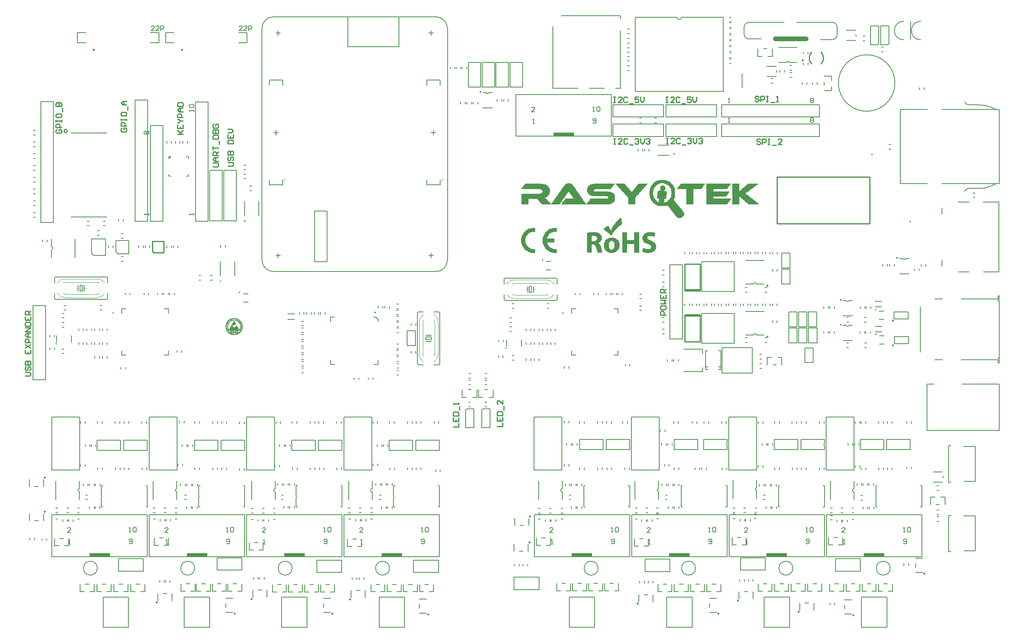
<source format=gto>
G04*
G04 #@! TF.GenerationSoftware,Altium Limited,Altium Designer,19.0.15 (446)*
G04*
G04 Layer_Color=65535*
%FSLAX43Y43*%
%MOMM*%
G71*
G01*
G75*
%ADD10C,0.051*%
%ADD11C,0.152*%
%ADD12C,0.200*%
%ADD13C,0.254*%
%ADD14C,0.250*%
%ADD15C,0.076*%
%ADD16C,0.127*%
%ADD17C,0.025*%
%ADD18C,1.000*%
%ADD19C,0.152*%
%ADD20R,3.300X0.475*%
%ADD21R,4.500X0.800*%
D10*
X94093Y60016D02*
G03*
X94982Y61696I-1143J1680D01*
G01*
X90918D02*
G03*
X91807Y60016I2032J0D01*
G01*
X94982Y68554D02*
G03*
X94093Y70234I-2032J0D01*
G01*
X91807Y70234D02*
G03*
X90918Y68554I1143J-1680D01*
G01*
X94093Y61142D02*
G03*
X94220Y61696I-1143J554D01*
G01*
X91680D02*
G03*
X91807Y61142I1270J-0D01*
G01*
X94220Y68554D02*
G03*
X94093Y69108I-1270J0D01*
G01*
X91807D02*
G03*
X91680Y68554I1143J-554D01*
G01*
X14041Y74782D02*
G03*
X14595Y74655I554J1143D01*
G01*
Y77195D02*
G03*
X14041Y77068I-0J-1270D01*
G01*
X21453Y74655D02*
G03*
X22007Y74782I0J1270D01*
G01*
Y77068D02*
G03*
X21453Y77195I-554J-1143D01*
G01*
X12915Y74782D02*
G03*
X14595Y73893I1680J1143D01*
G01*
Y77957D02*
G03*
X12915Y77068I-0J-2032D01*
G01*
X21453Y73893D02*
G03*
X23133Y74782I-0J2032D01*
G01*
X23133Y77068D02*
G03*
X21453Y77957I-1680J-1143D01*
G01*
X120009Y76843D02*
G03*
X118329Y77732I-1680J-1143D01*
G01*
Y73668D02*
G03*
X120009Y74557I-0J2032D01*
G01*
X111471Y77732D02*
G03*
X109791Y76843I-0J-2032D01*
G01*
X109791Y74557D02*
G03*
X111471Y73668I1680J1143D01*
G01*
X118883Y76843D02*
G03*
X118329Y76970I-554J-1143D01*
G01*
Y74430D02*
G03*
X118883Y74557I0J1270D01*
G01*
X111471Y76970D02*
G03*
X110917Y76843I-0J-1270D01*
G01*
Y74557D02*
G03*
X111471Y74430I554J1143D01*
G01*
X94982Y61696D02*
Y68554D01*
X90918Y61696D02*
Y68554D01*
X94220Y61696D02*
Y68554D01*
X91680Y61696D02*
Y68554D01*
X92950Y64109D02*
Y64490D01*
Y65760D02*
Y66141D01*
X17008Y75925D02*
X17389D01*
X18659D02*
X19040D01*
X14595Y74655D02*
X21453D01*
X14595Y77195D02*
X21453D01*
X14595Y73893D02*
X21453D01*
X14595Y77957D02*
X21453D01*
X111471Y77732D02*
X118329D01*
X111471Y73668D02*
X118329D01*
X111471Y76970D02*
X118329D01*
X111471Y74430D02*
X118329D01*
X115535Y75700D02*
X115916D01*
X113884D02*
X114265D01*
D11*
X95109Y59410D02*
G03*
X95363Y59664I0J254D01*
G01*
X90537D02*
G03*
X90791Y59410I254J0D01*
G01*
X95363Y70586D02*
G03*
X95109Y70840I-254J0D01*
G01*
X90791D02*
G03*
X90537Y70586I0J-254D01*
G01*
X12309Y73766D02*
G03*
X12563Y73512I254J0D01*
G01*
Y78338D02*
G03*
X12309Y78084I0J-254D01*
G01*
X23485Y73512D02*
G03*
X23739Y73766I0J254D01*
G01*
Y78084D02*
G03*
X23485Y78338I-254J0D01*
G01*
X120615Y77859D02*
G03*
X120361Y78113I-254J0D01*
G01*
Y73287D02*
G03*
X120615Y73541I0J254D01*
G01*
X109439Y78113D02*
G03*
X109185Y77859I0J-254D01*
G01*
Y73541D02*
G03*
X109439Y73287I254J0D01*
G01*
X181941Y73378D02*
G03*
X181941Y73378I-141J0D01*
G01*
X181916Y68028D02*
G03*
X181916Y68028I-141J0D01*
G01*
X194083Y82478D02*
G03*
X194083Y82478I-141J0D01*
G01*
X104256Y118277D02*
G03*
X104256Y118277I-141J0D01*
G01*
X95363Y59664D02*
Y70586D01*
X90537Y59664D02*
Y70586D01*
X93585Y64871D02*
Y65379D01*
X92315Y64871D02*
Y65379D01*
X94093Y59410D02*
X95109D01*
X90791D02*
X91807D01*
X92315Y64871D02*
X93585D01*
X92950Y64490D02*
X93585D01*
X92315D02*
X92950D01*
X92315Y65379D02*
X93585D01*
X92950Y65760D02*
X93585D01*
X92315D02*
X92950D01*
X94093Y70840D02*
X95109D01*
X90791D02*
X91807D01*
X12309Y73766D02*
Y74782D01*
Y77068D02*
Y78084D01*
X17389Y75290D02*
Y75925D01*
Y76560D01*
X17770Y75290D02*
Y76560D01*
X18659Y75290D02*
Y75925D01*
Y76560D01*
X18278Y75290D02*
Y76560D01*
X23739Y73766D02*
Y74782D01*
Y77068D02*
Y78084D01*
X17770Y75290D02*
X18278D01*
X17770Y76560D02*
X18278D01*
X12563Y73512D02*
X23485D01*
X12563Y78338D02*
X23485D01*
X109439Y78113D02*
X120361D01*
X109439Y73287D02*
X120361D01*
X114646Y76335D02*
X115154D01*
X114646Y75065D02*
X115154D01*
X120615Y76843D02*
Y77859D01*
Y73541D02*
Y74557D01*
X115154Y75065D02*
Y76335D01*
X115535Y75700D02*
Y76335D01*
Y75065D02*
Y75700D01*
X114646Y75065D02*
Y76335D01*
X114265Y75700D02*
Y76335D01*
Y75065D02*
Y75700D01*
X109185Y76843D02*
Y77859D01*
Y73541D02*
Y74557D01*
X81135Y59441D02*
X82043D01*
X71782D02*
Y60349D01*
Y69702D02*
X72690D01*
X82043Y59441D02*
Y60349D01*
X71782Y59441D02*
X72690D01*
X71782Y68794D02*
Y69702D01*
X82043Y68794D02*
Y69171D01*
X81512Y69702D02*
X82043Y69171D01*
X81135Y69702D02*
X81512D01*
X134252Y134039D02*
Y134723D01*
X133309Y119077D02*
X134252D01*
X127609D02*
X130841D01*
X134252D02*
Y131469D01*
X119748Y119077D02*
X125141D01*
X119748D02*
Y132478D01*
X121556Y134723D02*
X134252D01*
X106875Y52375D02*
Y54025D01*
X105950Y52375D02*
X106875D01*
X103725D02*
X104650D01*
X103725D02*
Y54025D01*
X104975D02*
X105650D01*
X103358Y52375D02*
Y54025D01*
X102433Y52375D02*
X103358D01*
X100208D02*
X101133D01*
X100208D02*
Y54025D01*
X101458D02*
X102133D01*
X167075Y125942D02*
Y127592D01*
X166150Y125942D02*
X167075D01*
X163925D02*
X164850D01*
X163925D02*
Y127592D01*
X165175D02*
X165850D01*
X178225Y121675D02*
X179875D01*
Y120750D02*
Y121675D01*
Y118525D02*
Y119450D01*
X178225Y118525D02*
X179875D01*
X178225Y119775D02*
Y120450D01*
X165974Y59375D02*
Y61025D01*
X166899D01*
X168199D02*
X169124D01*
Y59375D02*
Y61025D01*
X167199Y59375D02*
X167874D01*
X15798Y109427D02*
X23552D01*
X15798Y91273D02*
X23552D01*
X36904Y103920D02*
Y104346D01*
X37330D01*
X36904Y100104D02*
X37330D01*
X41146D02*
Y100530D01*
X40720Y104346D02*
X41146D01*
X36904Y100104D02*
Y100530D01*
X40720Y100104D02*
X41146D01*
Y103920D02*
Y104346D01*
X201150Y29200D02*
Y30850D01*
X202075D01*
X203375D02*
X204300D01*
Y29200D02*
Y30850D01*
X202375Y29200D02*
X203050D01*
X52777Y131500D02*
X52100D01*
X52777Y132177D01*
Y132346D01*
X52608Y132516D01*
X52269D01*
X52100Y132346D01*
X53793Y131500D02*
X53116D01*
X53793Y132177D01*
Y132346D01*
X53624Y132516D01*
X53285D01*
X53116Y132346D01*
X54131Y131500D02*
Y132516D01*
X54639D01*
X54808Y132346D01*
Y132008D01*
X54639Y131839D01*
X54131D01*
X15360Y20700D02*
X15699D01*
X15529D01*
Y21716D01*
X15360Y21546D01*
X15737Y23240D02*
X15060D01*
X15737Y23917D01*
Y24086D01*
X15568Y24256D01*
X15229D01*
X15060Y24086D01*
X28340Y23300D02*
X28679D01*
X28509D01*
Y24316D01*
X28340Y24146D01*
X29186D02*
X29356Y24316D01*
X29694D01*
X29864Y24146D01*
Y23469D01*
X29694Y23300D01*
X29356D01*
X29186Y23469D01*
Y24146D01*
X28340Y20929D02*
X28509Y20760D01*
X28848D01*
X29017Y20929D01*
Y21606D01*
X28848Y21776D01*
X28509D01*
X28340Y21606D01*
Y21437D01*
X28509Y21268D01*
X29017D01*
X36360Y20700D02*
X36699D01*
X36529D01*
Y21716D01*
X36360Y21546D01*
X36737Y23240D02*
X36060D01*
X36737Y23917D01*
Y24086D01*
X36568Y24256D01*
X36229D01*
X36060Y24086D01*
X49340Y23300D02*
X49679D01*
X49509D01*
Y24316D01*
X49340Y24146D01*
X50186D02*
X50356Y24316D01*
X50694D01*
X50864Y24146D01*
Y23469D01*
X50694Y23300D01*
X50356D01*
X50186Y23469D01*
Y24146D01*
X49340Y20929D02*
X49509Y20760D01*
X49848D01*
X50017Y20929D01*
Y21606D01*
X49848Y21776D01*
X49509D01*
X49340Y21606D01*
Y21437D01*
X49509Y21268D01*
X50017D01*
X57360Y20700D02*
X57699D01*
X57529D01*
Y21716D01*
X57360Y21546D01*
X57737Y23240D02*
X57060D01*
X57737Y23917D01*
Y24086D01*
X57568Y24256D01*
X57229D01*
X57060Y24086D01*
X70340Y23300D02*
X70679D01*
X70509D01*
Y24316D01*
X70340Y24146D01*
X71186D02*
X71356Y24316D01*
X71694D01*
X71864Y24146D01*
Y23469D01*
X71694Y23300D01*
X71356D01*
X71186Y23469D01*
Y24146D01*
X70340Y20929D02*
X70509Y20760D01*
X70848D01*
X71017Y20929D01*
Y21606D01*
X70848Y21776D01*
X70509D01*
X70340Y21606D01*
Y21437D01*
X70509Y21268D01*
X71017D01*
X78360Y20700D02*
X78699D01*
X78529D01*
Y21716D01*
X78360Y21546D01*
X78737Y23240D02*
X78060D01*
X78737Y23917D01*
Y24086D01*
X78568Y24256D01*
X78229D01*
X78060Y24086D01*
X91340Y23300D02*
X91679D01*
X91509D01*
Y24316D01*
X91340Y24146D01*
X92186D02*
X92356Y24316D01*
X92694D01*
X92864Y24146D01*
Y23469D01*
X92694Y23300D01*
X92356D01*
X92186Y23469D01*
Y24146D01*
X91340Y20929D02*
X91509Y20760D01*
X91848D01*
X92017Y20929D01*
Y21606D01*
X91848Y21776D01*
X91509D01*
X91340Y21606D01*
Y21437D01*
X91509Y21268D01*
X92017D01*
X119360Y20700D02*
X119699D01*
X119529D01*
Y21716D01*
X119360Y21546D01*
X119737Y23240D02*
X119060D01*
X119737Y23917D01*
Y24086D01*
X119568Y24256D01*
X119229D01*
X119060Y24086D01*
X132340Y23300D02*
X132679D01*
X132509D01*
Y24316D01*
X132340Y24146D01*
X133186D02*
X133356Y24316D01*
X133694D01*
X133864Y24146D01*
Y23469D01*
X133694Y23300D01*
X133356D01*
X133186Y23469D01*
Y24146D01*
X132340Y20929D02*
X132509Y20760D01*
X132848D01*
X133017Y20929D01*
Y21606D01*
X132848Y21776D01*
X132509D01*
X132340Y21606D01*
Y21437D01*
X132509Y21268D01*
X133017D01*
X140360Y20700D02*
X140699D01*
X140529D01*
Y21716D01*
X140360Y21546D01*
X140737Y23240D02*
X140060D01*
X140737Y23917D01*
Y24086D01*
X140568Y24256D01*
X140229D01*
X140060Y24086D01*
X153340Y23300D02*
X153679D01*
X153509D01*
Y24316D01*
X153340Y24146D01*
X154186D02*
X154356Y24316D01*
X154694D01*
X154864Y24146D01*
Y23469D01*
X154694Y23300D01*
X154356D01*
X154186Y23469D01*
Y24146D01*
X153340Y20929D02*
X153509Y20760D01*
X153848D01*
X154017Y20929D01*
Y21606D01*
X153848Y21776D01*
X153509D01*
X153340Y21606D01*
Y21437D01*
X153509Y21268D01*
X154017D01*
X161360Y20700D02*
X161699D01*
X161529D01*
Y21716D01*
X161360Y21546D01*
X161737Y23240D02*
X161060D01*
X161737Y23917D01*
Y24086D01*
X161568Y24256D01*
X161229D01*
X161060Y24086D01*
X174340Y23300D02*
X174679D01*
X174509D01*
Y24316D01*
X174340Y24146D01*
X175186D02*
X175356Y24316D01*
X175694D01*
X175864Y24146D01*
Y23469D01*
X175694Y23300D01*
X175356D01*
X175186Y23469D01*
Y24146D01*
X174340Y20929D02*
X174509Y20760D01*
X174848D01*
X175017Y20929D01*
Y21606D01*
X174848Y21776D01*
X174509D01*
X174340Y21606D01*
Y21437D01*
X174509Y21268D01*
X175017D01*
X182360Y20700D02*
X182699D01*
X182529D01*
Y21716D01*
X182360Y21546D01*
X182737Y23240D02*
X182060D01*
X182737Y23917D01*
Y24086D01*
X182568Y24256D01*
X182229D01*
X182060Y24086D01*
X195340Y23300D02*
X195679D01*
X195509D01*
Y24316D01*
X195340Y24146D01*
X196186D02*
X196356Y24316D01*
X196694D01*
X196864Y24146D01*
Y23469D01*
X196694Y23300D01*
X196356D01*
X196186Y23469D01*
Y24146D01*
X195340Y20929D02*
X195509Y20760D01*
X195848D01*
X196017Y20929D01*
Y21606D01*
X195848Y21776D01*
X195509D01*
X195340Y21606D01*
Y21437D01*
X195509Y21268D01*
X196017D01*
X157610Y115900D02*
X157949D01*
X157779D01*
Y116916D01*
X157610Y116746D01*
X175270D02*
X175439Y116916D01*
X175778D01*
X175947Y116746D01*
Y116577D01*
X175778Y116408D01*
X175947Y116239D01*
Y116069D01*
X175778Y115900D01*
X175439D01*
X175270Y116069D01*
Y116239D01*
X175439Y116408D01*
X175270Y116577D01*
Y116746D01*
X175439Y116408D02*
X175778D01*
X157610Y111700D02*
X157949D01*
X157779D01*
Y112716D01*
X157610Y112546D01*
X175270D02*
X175439Y112716D01*
X175778D01*
X175947Y112546D01*
Y112377D01*
X175778Y112208D01*
X175947Y112039D01*
Y111869D01*
X175778Y111700D01*
X175439D01*
X175270Y111869D01*
Y112039D01*
X175439Y112208D01*
X175270Y112377D01*
Y112546D01*
X175439Y112208D02*
X175778D01*
X42325Y91680D02*
Y92019D01*
Y91849D01*
X41309D01*
X41479Y91680D01*
X42325Y114030D02*
Y114369D01*
Y114199D01*
X41309D01*
X41479Y114030D01*
Y114876D02*
X41309Y115046D01*
Y115384D01*
X41479Y115554D01*
X42156D01*
X42325Y115384D01*
Y115046D01*
X42156Y114876D01*
X41479D01*
X32575Y91680D02*
Y92019D01*
Y91849D01*
X31559D01*
X31729Y91680D01*
Y109200D02*
X31559Y109369D01*
Y109708D01*
X31729Y109877D01*
X31898D01*
X32067Y109708D01*
X32236Y109877D01*
X32406D01*
X32575Y109708D01*
Y109369D01*
X32406Y109200D01*
X32236D01*
X32067Y109369D01*
X31898Y109200D01*
X31729D01*
X32067Y109369D02*
Y109708D01*
X33777Y131500D02*
X33100D01*
X33777Y132177D01*
Y132346D01*
X33608Y132516D01*
X33269D01*
X33100Y132346D01*
X34793Y131500D02*
X34116D01*
X34793Y132177D01*
Y132346D01*
X34624Y132516D01*
X34285D01*
X34116Y132346D01*
X35131Y131500D02*
Y132516D01*
X35639D01*
X35808Y132346D01*
Y132008D01*
X35639Y131839D01*
X35131D01*
X115420Y111430D02*
X115759D01*
X115589D01*
Y112446D01*
X115420Y112276D01*
X115797Y113970D02*
X115120D01*
X115797Y114647D01*
Y114816D01*
X115628Y114986D01*
X115289D01*
X115120Y114816D01*
X128400Y114030D02*
X128739D01*
X128569D01*
Y115046D01*
X128400Y114876D01*
X129246D02*
X129416Y115046D01*
X129754D01*
X129924Y114876D01*
Y114199D01*
X129754Y114030D01*
X129416D01*
X129246Y114199D01*
Y114876D01*
X128400Y111659D02*
X128569Y111490D01*
X128908D01*
X129077Y111659D01*
Y112336D01*
X128908Y112506D01*
X128569D01*
X128400Y112336D01*
Y112167D01*
X128569Y111998D01*
X129077D01*
D12*
X81512Y70671D02*
G03*
X81512Y70671I-100J0D01*
G01*
X196900Y90307D02*
G03*
X196900Y90307I-100J0D01*
G01*
X199049Y133524D02*
G03*
X199049Y129524I0J-2000D01*
G01*
X195371Y133524D02*
G03*
X195371Y129524I0J-2000D01*
G01*
X189380Y30837D02*
G03*
X189380Y31163I0J162D01*
G01*
X168380Y30837D02*
G03*
X168380Y31163I0J162D01*
G01*
X147380Y30837D02*
G03*
X147380Y31163I0J162D01*
G01*
X126380Y30837D02*
G03*
X126380Y31163I0J162D01*
G01*
X85380Y30837D02*
G03*
X85380Y31163I0J162D01*
G01*
X64380Y30837D02*
G03*
X64380Y31163I0J162D01*
G01*
X43380Y30837D02*
G03*
X43380Y31163I0J162D01*
G01*
X22380Y30837D02*
G03*
X22380Y31163I0J162D01*
G01*
X192480Y15500D02*
G03*
X192480Y15500I-1500J0D01*
G01*
X171480D02*
G03*
X171480Y15500I-1500J0D01*
G01*
X150480D02*
G03*
X150480Y15500I-1500J0D01*
G01*
X129480D02*
G03*
X129480Y15500I-1500J0D01*
G01*
X84500D02*
G03*
X84500Y15500I-1500J0D01*
G01*
X63500D02*
G03*
X63500Y15500I-1500J0D01*
G01*
X42500D02*
G03*
X42500Y15500I-1500J0D01*
G01*
X21500D02*
G03*
X21500Y15500I-1500J0D01*
G01*
X196805Y42359D02*
G03*
X196805Y42041I0J-159D01*
G01*
X178280Y42359D02*
G03*
X178280Y42041I0J-159D01*
G01*
X157280Y42359D02*
G03*
X157280Y42041I0J-159D01*
G01*
X136280Y42359D02*
G03*
X136280Y42041I0J-159D01*
G01*
X95280Y42159D02*
G03*
X95280Y41841I0J-159D01*
G01*
X74280Y42159D02*
G03*
X74280Y41841I0J-159D01*
G01*
X53280Y42159D02*
G03*
X53280Y41841I0J-159D01*
G01*
X32280Y42159D02*
G03*
X32280Y41841I0J-159D01*
G01*
X186060Y42041D02*
G03*
X186060Y42359I0J159D01*
G01*
X167460Y42041D02*
G03*
X167460Y42359I0J159D01*
G01*
X145860Y42041D02*
G03*
X145860Y42359I0J159D01*
G01*
X125440Y42041D02*
G03*
X125440Y42359I0J159D01*
G01*
X84460Y41841D02*
G03*
X84460Y42159I0J159D01*
G01*
X63460Y41841D02*
G03*
X63460Y42159I0J159D01*
G01*
X42460Y41841D02*
G03*
X42460Y42159I0J159D01*
G01*
X21460Y41841D02*
G03*
X21460Y42159I0J159D01*
G01*
X189475Y65950D02*
G03*
X189475Y65950I-100J0D01*
G01*
X57000Y82000D02*
G03*
X59500Y79500I2500J0D01*
G01*
X94500D02*
G03*
X97000Y82000I0J2500D01*
G01*
Y132000D02*
G03*
X94500Y134500I-2500J0D01*
G01*
X59500D02*
G03*
X57000Y132000I0J-2500D01*
G01*
X25000Y70580D02*
G03*
X25000Y70580I-100J0D01*
G01*
X216000Y60490D02*
G03*
X215700Y60800I-300J10D01*
G01*
Y73300D02*
G03*
X216000Y73610I0J300D01*
G01*
X11641Y84232D02*
G03*
X11641Y84868I0J317D01*
G01*
X17640Y32643D02*
G03*
X17640Y32007I0J-317D01*
G01*
X38640Y32643D02*
G03*
X38640Y32007I0J-317D01*
G01*
X59840Y32643D02*
G03*
X59840Y32007I0J-317D01*
G01*
X80740Y32643D02*
G03*
X80740Y32007I0J-317D01*
G01*
X121740Y32643D02*
G03*
X121740Y32007I0J-317D01*
G01*
X142540Y32643D02*
G03*
X142540Y32007I0J-317D01*
G01*
X163708Y32818D02*
G03*
X163708Y32182I0J-317D01*
G01*
X184639Y32643D02*
G03*
X184639Y32007I0J-317D01*
G01*
X52290Y75000D02*
G03*
X52290Y75000I-100J0D01*
G01*
X12725Y63900D02*
G03*
X12725Y63900I-100J0D01*
G01*
X117600Y82000D02*
G03*
X117600Y82000I-100J0D01*
G01*
X122000Y70580D02*
G03*
X122000Y70580I-100J0D01*
G01*
X109745Y63000D02*
G03*
X109745Y63000I-100J0D01*
G01*
X183070Y73251D02*
G03*
X183578Y73251I254J0D01*
G01*
X189425Y71275D02*
G03*
X189425Y71275I-100J0D01*
G01*
X183045Y67901D02*
G03*
X183553Y67901I254J0D01*
G01*
X48200Y77450D02*
G03*
X48200Y77450I-100J0D01*
G01*
X53400Y90400D02*
G03*
X53400Y90400I-100J0D01*
G01*
X195211Y82351D02*
G03*
X195719Y82351I254J0D01*
G01*
X170650Y124636D02*
G03*
X170150Y124636I-250J0D01*
G01*
X180017Y129595D02*
G03*
X181033Y130611I0J1016D01*
G01*
Y132262D02*
G03*
X180017Y133278I-1016J0D01*
G01*
X160967Y130738D02*
G03*
X161983Y129722I1016J0D01*
G01*
Y133278D02*
G03*
X160967Y132262I0J-1016D01*
G01*
X105384Y118150D02*
G03*
X105893Y118150I254J0D01*
G01*
X193500Y120200D02*
G03*
X193500Y120200I-6100J0D01*
G01*
X163617Y65800D02*
G03*
X162982Y65800I-317J0D01*
G01*
X163617Y76785D02*
G03*
X162982Y76785I-317J0D01*
G01*
X146000Y104925D02*
G03*
X146000Y104925I-100J0D01*
G01*
X146500Y134400D02*
G03*
X147500Y134400I500J0D01*
G01*
X188650Y104775D02*
G03*
X188650Y104775I-100J0D01*
G01*
X209400Y97471D02*
G03*
X208531Y96792I0J-896D01*
G01*
X209742Y97435D02*
G03*
X212614Y97506I827J24664D01*
G01*
D02*
G03*
X215300Y98475I-1519J8419D01*
G01*
X209272Y97462D02*
G03*
X209742Y97435I440J3615D01*
G01*
X208531Y116158D02*
G03*
X209400Y115479I869J217D01*
G01*
X212614Y115444D02*
G03*
X209742Y115515I-2044J-24593D01*
G01*
X215300Y114475D02*
G03*
X212614Y115444I-4205J-7450D01*
G01*
X209742Y115515D02*
G03*
X209272Y115488I-30J-3642D01*
G01*
X71070Y81655D02*
Y92565D01*
X68370Y81655D02*
X71070D01*
X68370D02*
Y92565D01*
X71070D01*
X65577Y59143D02*
X65977D01*
X65577Y60143D02*
X65977D01*
X65577Y60586D02*
X65977D01*
X65577Y61586D02*
X65977D01*
X65577Y62029D02*
X65977D01*
X65577Y63029D02*
X65977D01*
X65577Y63472D02*
X65977D01*
X65577Y64472D02*
X65977D01*
X65577Y64914D02*
X65977D01*
X65577Y65914D02*
X65977D01*
X65577Y66357D02*
X65977D01*
X65577Y67357D02*
X65977D01*
X65577Y67800D02*
X65977D01*
X65577Y68800D02*
X65977D01*
X83513Y71686D02*
Y72086D01*
X84513Y71686D02*
Y72086D01*
X86071Y62875D02*
X86471D01*
X86071Y63875D02*
X86471D01*
X62584Y69171D02*
X63984D01*
X62584Y70371D02*
X63984D01*
X156250Y63090D02*
X162750D01*
X156250Y57610D02*
Y63090D01*
Y57610D02*
X162750D01*
Y63090D01*
X22753Y9250D02*
X28233D01*
Y2750D02*
Y9250D01*
X22753Y2750D02*
X28233D01*
X22753D02*
Y9250D01*
X40260Y2750D02*
Y9250D01*
Y2750D02*
X45740D01*
Y9250D01*
X40260D02*
X45740D01*
X82260D02*
X87740D01*
Y2750D02*
Y9250D01*
X82260Y2750D02*
X87740D01*
X82260D02*
Y9250D01*
X123260Y2750D02*
Y9250D01*
Y2750D02*
X128740D01*
Y9250D01*
X123260D02*
X128740D01*
X144260D02*
X149740D01*
Y2750D02*
Y9250D01*
X144260Y2750D02*
X149740D01*
X144260D02*
Y9250D01*
X165260Y2750D02*
Y9250D01*
Y2750D02*
X170740D01*
Y9250D01*
X165260D02*
X170740D01*
X186260D02*
X191740D01*
Y2750D02*
Y9250D01*
X186260Y2750D02*
X191740D01*
X186260D02*
Y9250D01*
X61260Y2750D02*
Y9250D01*
Y2750D02*
X66740D01*
Y9250D01*
X61260D02*
X66740D01*
X26200Y12052D02*
X27000D01*
X25100Y10452D02*
Y12052D01*
Y10452D02*
X26000D01*
X27425Y10452D02*
X27875D01*
X28100D02*
Y12052D01*
X27875Y10452D02*
X28100D01*
X27200D02*
X27425D01*
X187547Y12100D02*
X188347D01*
X186447Y10500D02*
Y12100D01*
Y10500D02*
X187347D01*
X188772Y10500D02*
X189222D01*
X189447D02*
Y12100D01*
X189222Y10500D02*
X189447D01*
X188547D02*
X188772D01*
X180553Y12100D02*
X181353D01*
X179453Y10500D02*
Y12100D01*
Y10500D02*
X180353D01*
X181778Y10500D02*
X182228D01*
X182453D02*
Y12100D01*
X182228Y10500D02*
X182453D01*
X181553D02*
X181778D01*
X191044Y12100D02*
X191844D01*
X189944Y10500D02*
Y12100D01*
Y10500D02*
X190844D01*
X192269Y10500D02*
X192719D01*
X192944D02*
Y12100D01*
X192719Y10500D02*
X192944D01*
X192044D02*
X192269D01*
X172233Y12158D02*
X173033D01*
X171133Y10558D02*
Y12158D01*
Y10558D02*
X172033D01*
X173458Y10558D02*
X173908D01*
X174133D02*
Y12158D01*
X173908Y10558D02*
X174133D01*
X173233D02*
X173458D01*
X165100Y12158D02*
X165900D01*
X164000Y10558D02*
Y12158D01*
Y10558D02*
X164900D01*
X166325Y10558D02*
X166775D01*
X167000D02*
Y12158D01*
X166775Y10558D02*
X167000D01*
X166100D02*
X166325D01*
X150527Y12050D02*
X151327D01*
X149427Y10450D02*
Y12050D01*
Y10450D02*
X150327D01*
X151752Y10450D02*
X152202D01*
X152427D02*
Y12050D01*
X152202Y10450D02*
X152427D01*
X151527D02*
X151752D01*
X143500Y12050D02*
X144300D01*
X142400Y10450D02*
Y12050D01*
Y10450D02*
X143300D01*
X144725Y10450D02*
X145175D01*
X145400D02*
Y12050D01*
X145175Y10450D02*
X145400D01*
X144500D02*
X144725D01*
X128536Y12200D02*
X129336D01*
X127436Y10600D02*
Y12200D01*
Y10600D02*
X128336D01*
X129761Y10600D02*
X130211D01*
X130436D02*
Y12200D01*
X130211Y10600D02*
X130436D01*
X129536D02*
X129761D01*
X121644Y12200D02*
X122444D01*
X120544Y10600D02*
Y12200D01*
Y10600D02*
X121444D01*
X122869Y10600D02*
X123319D01*
X123544D02*
Y12200D01*
X123319Y10600D02*
X123544D01*
X122644D02*
X122869D01*
X88605Y12000D02*
X89405D01*
X87505Y10400D02*
Y12000D01*
Y10400D02*
X88405D01*
X89830Y10400D02*
X90280D01*
X90505D02*
Y12000D01*
X90280Y10400D02*
X90505D01*
X89605D02*
X89830D01*
X81623Y12000D02*
X82423D01*
X80523Y10400D02*
Y12000D01*
Y10400D02*
X81423D01*
X82848Y10400D02*
X83298D01*
X83523D02*
Y12000D01*
X83298Y10400D02*
X83523D01*
X82623D02*
X82848D01*
X60370Y11979D02*
X61170D01*
X59270Y10378D02*
Y11979D01*
Y10378D02*
X60170D01*
X61595Y10378D02*
X62045D01*
X62270D02*
Y11979D01*
X62045Y10378D02*
X62270D01*
X61370D02*
X61595D01*
X67311Y11979D02*
X68111D01*
X66211Y10378D02*
Y11979D01*
Y10378D02*
X67111D01*
X68536Y10378D02*
X68986D01*
X69211D02*
Y11979D01*
X68986Y10378D02*
X69211D01*
X68311D02*
X68536D01*
X40659Y12115D02*
X41459D01*
X39559Y10515D02*
Y12115D01*
Y10515D02*
X40459D01*
X41884Y10515D02*
X42334D01*
X42559D02*
Y12115D01*
X42334Y10515D02*
X42559D01*
X41659D02*
X41884D01*
X47390Y12115D02*
X48190D01*
X46290Y10515D02*
Y12115D01*
Y10515D02*
X47190D01*
X48615Y10515D02*
X49065D01*
X49290D02*
Y12115D01*
X49065Y10515D02*
X49290D01*
X48390D02*
X48615D01*
X18900Y12027D02*
X19700D01*
X17800Y10427D02*
Y12027D01*
Y10427D02*
X18700D01*
X20125Y10427D02*
X20575D01*
X20800D02*
Y12027D01*
X20575Y10427D02*
X20800D01*
X19900D02*
X20125D01*
X175800Y12158D02*
X176600D01*
X174700Y10558D02*
Y12158D01*
Y10558D02*
X175600D01*
X177025Y10558D02*
X177475D01*
X177700D02*
Y12158D01*
X177475Y10558D02*
X177700D01*
X176800D02*
X177025D01*
X154040Y12050D02*
X154840D01*
X152940Y10450D02*
Y12050D01*
Y10450D02*
X153840D01*
X155265Y10450D02*
X155715D01*
X155940D02*
Y12050D01*
X155715Y10450D02*
X155940D01*
X155040D02*
X155265D01*
X131982Y12200D02*
X132782D01*
X130882Y10600D02*
Y12200D01*
Y10600D02*
X131782D01*
X133207Y10600D02*
X133657D01*
X133882D02*
Y12200D01*
X133657Y10600D02*
X133882D01*
X132982D02*
X133207D01*
X92096Y12000D02*
X92896D01*
X90996Y10400D02*
Y12000D01*
Y10400D02*
X91896D01*
X93321Y10400D02*
X93771D01*
X93996D02*
Y12000D01*
X93771Y10400D02*
X93996D01*
X93096D02*
X93321D01*
X70782Y11979D02*
X71582D01*
X69682Y10378D02*
Y11979D01*
Y10378D02*
X70582D01*
X72007Y10378D02*
X72457D01*
X72682D02*
Y11979D01*
X72457Y10378D02*
X72682D01*
X71782D02*
X72007D01*
X50735Y12115D02*
X51535D01*
X49635Y10515D02*
Y12115D01*
Y10515D02*
X50535D01*
X51960Y10515D02*
X52410D01*
X52635D02*
Y12115D01*
X52410Y10515D02*
X52635D01*
X51735D02*
X51960D01*
X29850Y12027D02*
X30650D01*
X28750Y10427D02*
Y12027D01*
Y10427D02*
X29650D01*
X31075Y10427D02*
X31525D01*
X31750D02*
Y12027D01*
X31525Y10427D02*
X31750D01*
X30850D02*
X31075D01*
X184050Y12100D02*
X184850D01*
X182950Y10500D02*
Y12100D01*
Y10500D02*
X183850D01*
X185275Y10500D02*
X185725D01*
X185950D02*
Y12100D01*
X185725Y10500D02*
X185950D01*
X185050D02*
X185275D01*
X168667Y12158D02*
X169467D01*
X167567Y10558D02*
Y12158D01*
Y10558D02*
X168467D01*
X169892Y10558D02*
X170342D01*
X170567D02*
Y12158D01*
X170342Y10558D02*
X170567D01*
X169667D02*
X169892D01*
X147013Y12050D02*
X147813D01*
X145913Y10450D02*
Y12050D01*
Y10450D02*
X146813D01*
X148238Y10450D02*
X148688D01*
X148913D02*
Y12050D01*
X148688Y10450D02*
X148913D01*
X148013D02*
X148238D01*
X125090Y12200D02*
X125890D01*
X123990Y10600D02*
Y12200D01*
Y10600D02*
X124890D01*
X126315Y10600D02*
X126765D01*
X126990D02*
Y12200D01*
X126765Y10600D02*
X126990D01*
X126090D02*
X126315D01*
X85114Y12000D02*
X85914D01*
X84014Y10400D02*
Y12000D01*
Y10400D02*
X84914D01*
X86339Y10400D02*
X86789D01*
X87014D02*
Y12000D01*
X86789Y10400D02*
X87014D01*
X86114D02*
X86339D01*
X63841Y11979D02*
X64641D01*
X62741Y10378D02*
Y11979D01*
Y10378D02*
X63641D01*
X65066Y10378D02*
X65516D01*
X65741D02*
Y11979D01*
X65516Y10378D02*
X65741D01*
X64841D02*
X65066D01*
X43971Y12115D02*
X44771D01*
X42871Y10515D02*
Y12115D01*
Y10515D02*
X43771D01*
X45196Y10515D02*
X45646D01*
X45871D02*
Y12115D01*
X45646Y10515D02*
X45871D01*
X44971D02*
X45196D01*
X22546Y12027D02*
X23346D01*
X21446Y10427D02*
Y12027D01*
Y10427D02*
X22346D01*
X23771Y10427D02*
X24221D01*
X24446D02*
Y12027D01*
X24221Y10427D02*
X24446D01*
X23546D02*
X23771D01*
X196842Y129524D02*
Y133524D01*
X182638Y6720D02*
X182639Y7520D01*
X182638Y5596D02*
X184162D01*
X182638Y8644D02*
X184162D01*
X197938Y15700D02*
X197939Y16500D01*
X197938Y14576D02*
X199462D01*
X197938Y17624D02*
X199462D01*
X180662Y14855D02*
Y17545D01*
Y14855D02*
X186042D01*
Y17545D01*
X180662D02*
X186042D01*
X174110Y8022D02*
X174910Y8021D01*
X172986Y6498D02*
Y8022D01*
X176034Y6498D02*
Y8022D01*
X161000Y10412D02*
X161800Y10411D01*
X159876Y8888D02*
Y10412D01*
X162924Y8888D02*
Y10412D01*
X160163Y15055D02*
Y17745D01*
Y15055D02*
X165543D01*
Y17745D01*
X160163D02*
X165543D01*
X153528Y7080D02*
X153529Y7880D01*
X153528Y5956D02*
X155052D01*
X153528Y9004D02*
X155052D01*
X139429Y9762D02*
X140229Y9761D01*
X138305Y8238D02*
Y9762D01*
X141353Y8238D02*
Y9762D01*
X139610Y14755D02*
Y17445D01*
Y14755D02*
X144990D01*
Y17445D01*
X139610D02*
X144990D01*
X112500Y19139D02*
X113300Y19138D01*
X114424D02*
Y20662D01*
X111376Y19138D02*
Y20662D01*
X112600Y24761D02*
X113400Y24760D01*
X114524D02*
Y26284D01*
X111476Y24760D02*
Y26284D01*
X111376Y10901D02*
Y13591D01*
Y10901D02*
X116756D01*
Y13591D01*
X111376D02*
X116756D01*
X90958Y6900D02*
X90959Y7700D01*
X90958Y5776D02*
X92482D01*
X90958Y8824D02*
X92482D01*
X77350Y10662D02*
X78150Y10661D01*
X76226Y9138D02*
Y10662D01*
X79274Y9138D02*
Y10662D01*
X95047Y14555D02*
Y17245D01*
X89667D02*
X95047D01*
X89667Y14555D02*
Y17245D01*
Y14555D02*
X95047D01*
X70268Y7060D02*
X70269Y7860D01*
X70268Y5936D02*
X71792D01*
X70268Y8984D02*
X71792D01*
X56150Y10762D02*
X56950Y10761D01*
X55026Y9238D02*
Y10762D01*
X58074Y9238D02*
Y10762D01*
X74190Y14555D02*
Y17245D01*
X68810D02*
X74190D01*
X68810Y14555D02*
Y17245D01*
Y14555D02*
X74190D01*
X49218Y7060D02*
X49219Y7860D01*
X49218Y5936D02*
X50742D01*
X49218Y8984D02*
X50742D01*
X35693Y10033D02*
X36493Y10032D01*
X34569Y8509D02*
Y10033D01*
X37617Y8509D02*
Y10033D01*
X52685Y15055D02*
Y17745D01*
X47305D02*
X52685D01*
X47305Y15055D02*
Y17745D01*
Y15055D02*
X52685D01*
X8000Y33139D02*
X8800Y33138D01*
X9924D02*
Y34662D01*
X6876Y33138D02*
Y34662D01*
X8000Y25789D02*
X8800Y25788D01*
X9924D02*
Y27312D01*
X6876Y25788D02*
Y27312D01*
X31442Y14855D02*
Y17545D01*
X26062D02*
X31442D01*
X26062Y14855D02*
Y17545D01*
Y14855D02*
X31442D01*
X168000Y122525D02*
Y122925D01*
X166394Y123825D02*
X167381D01*
X165900D02*
X166394D01*
X167381D02*
X167875D01*
X167394Y121625D02*
X167887D01*
X165913D02*
X166406D01*
X167394D01*
X185104Y130300D02*
Y130700D01*
X183498Y131600D02*
X184485D01*
X183004D02*
X183498D01*
X184485D02*
X184979D01*
X184498Y129400D02*
X184991D01*
X183016D02*
X183510D01*
X184498D01*
X203850Y35000D02*
Y35400D01*
X202244Y36300D02*
X203231D01*
X201750D02*
X202244D01*
X203231D02*
X203725D01*
X203244Y34100D02*
X203738D01*
X201762D02*
X202256D01*
X203244D01*
X198980Y33300D02*
X199280D01*
Y28700D02*
Y33300D01*
X199080Y28700D02*
X199280D01*
X198980D02*
X199080D01*
X189380Y33300D02*
X189680D01*
X189380Y28700D02*
X189680D01*
X189380D02*
Y30837D01*
Y31163D02*
Y33300D01*
X177980D02*
X178280D01*
Y28700D02*
Y33300D01*
X178080Y28700D02*
X178280D01*
X177980D02*
X178080D01*
X168380Y33300D02*
X168680D01*
X168380Y28700D02*
X168680D01*
X168380D02*
Y30837D01*
Y31163D02*
Y33300D01*
X156980D02*
X157280D01*
Y28700D02*
Y33300D01*
X157080Y28700D02*
X157280D01*
X156980D02*
X157080D01*
X147380Y33300D02*
X147680D01*
X147380Y28700D02*
X147680D01*
X147380D02*
Y30837D01*
Y31163D02*
Y33300D01*
X135980D02*
X136280D01*
Y28700D02*
Y33300D01*
X136080Y28700D02*
X136280D01*
X135980D02*
X136080D01*
X126380Y33300D02*
X126680D01*
X126380Y28700D02*
X126680D01*
X126380D02*
Y30837D01*
Y31163D02*
Y33300D01*
X94980D02*
X95280D01*
Y28700D02*
Y33300D01*
X95080Y28700D02*
X95280D01*
X94980D02*
X95080D01*
X85380Y33300D02*
X85680D01*
X85380Y28700D02*
X85680D01*
X85380D02*
Y30837D01*
Y31163D02*
Y33300D01*
X73980D02*
X74280D01*
Y28700D02*
Y33300D01*
X74080Y28700D02*
X74280D01*
X73980D02*
X74080D01*
X64380Y33300D02*
X64680D01*
X64380Y28700D02*
X64680D01*
X64380D02*
Y30837D01*
Y31163D02*
Y33300D01*
X52980D02*
X53280D01*
Y28700D02*
Y33300D01*
X53080Y28700D02*
X53280D01*
X52980D02*
X53080D01*
X43380Y33300D02*
X43680D01*
X43380Y28700D02*
X43680D01*
X43380D02*
Y30837D01*
Y31163D02*
Y33300D01*
X31980D02*
X32280D01*
Y28700D02*
Y33300D01*
X32080Y28700D02*
X32280D01*
X31980D02*
X32080D01*
X22380Y33300D02*
X22680D01*
X22380Y28700D02*
X22680D01*
X22380D02*
Y30837D01*
Y31163D02*
Y33300D01*
X110925Y71600D02*
X111325D01*
X110925Y72600D02*
X111325D01*
X118500D02*
X118900D01*
X118500Y71600D02*
X118900D01*
X14300Y71200D02*
X14700D01*
X14300Y72200D02*
X14700D01*
X22100D02*
X22500D01*
X22100Y71200D02*
X22500D01*
X191725Y43290D02*
X196805D01*
X191725Y41110D02*
Y43290D01*
Y41110D02*
X196805D01*
Y42041D01*
Y42359D02*
Y43290D01*
X173200D02*
X178280D01*
X173200Y41110D02*
Y43290D01*
Y41110D02*
X178280D01*
Y42041D01*
Y42359D02*
Y43290D01*
X152200D02*
X157280D01*
X152200Y41110D02*
Y43290D01*
Y41110D02*
X157280D01*
Y42041D01*
Y42359D02*
Y43290D01*
X131200D02*
X136280D01*
X131200Y41110D02*
Y43290D01*
Y41110D02*
X136280D01*
Y42041D01*
Y42359D02*
Y43290D01*
X90200Y43090D02*
X95280D01*
X90200Y40910D02*
Y43090D01*
Y40910D02*
X95280D01*
Y41841D01*
Y42159D02*
Y43090D01*
X69200D02*
X74280D01*
X69200Y40910D02*
Y43090D01*
Y40910D02*
X74280D01*
Y41841D01*
Y42159D02*
Y43090D01*
X48200D02*
X53280D01*
X48200Y40910D02*
Y43090D01*
Y40910D02*
X53280D01*
Y41841D01*
Y42159D02*
Y43090D01*
X27200D02*
X32280D01*
X27200Y40910D02*
Y43090D01*
Y40910D02*
X32280D01*
Y41841D01*
Y42159D02*
Y43090D01*
X186060Y41110D02*
X191140D01*
Y43290D01*
X186060D02*
X191140D01*
X186060Y42359D02*
Y43290D01*
Y41110D02*
Y42041D01*
X167460Y41110D02*
X172540D01*
Y43290D01*
X167460D02*
X172540D01*
X167460Y42359D02*
Y43290D01*
Y41110D02*
Y42041D01*
X145860Y41110D02*
X150940D01*
Y43290D01*
X145860D02*
X150940D01*
X145860Y42359D02*
Y43290D01*
Y41110D02*
Y42041D01*
X125440Y41110D02*
X130520D01*
Y43290D01*
X125440D02*
X130520D01*
X125440Y42359D02*
Y43290D01*
Y41110D02*
Y42041D01*
X84460Y40910D02*
X89540D01*
Y43090D01*
X84460D02*
X89540D01*
X84460Y42159D02*
Y43090D01*
Y40910D02*
Y41841D01*
X63460Y40910D02*
X68540D01*
Y43090D01*
X63460D02*
X68540D01*
X63460Y42159D02*
Y43090D01*
Y40910D02*
Y41841D01*
X42460Y40910D02*
X47540D01*
Y43090D01*
X42460D02*
X47540D01*
X42460Y42159D02*
Y43090D01*
Y40910D02*
Y41841D01*
X21460Y40910D02*
X26540D01*
Y43090D01*
X21460D02*
X26540D01*
X21460Y42159D02*
Y43090D01*
Y40910D02*
Y41841D01*
X184727Y42019D02*
Y42419D01*
X185727Y42019D02*
Y42419D01*
X184900Y37300D02*
Y37700D01*
X185900Y37300D02*
Y37700D01*
Y46800D02*
Y47200D01*
X184900Y46800D02*
Y47200D01*
X183420Y42000D02*
Y42400D01*
X184420Y42000D02*
Y42400D01*
X186200Y36800D02*
Y37200D01*
X187200Y36800D02*
Y37200D01*
X186178Y46800D02*
Y47200D01*
X187178Y46800D02*
Y47200D01*
X190025Y36800D02*
Y37200D01*
X191025Y36800D02*
Y37200D01*
X190000Y46800D02*
Y47200D01*
X191000Y46800D02*
Y47200D01*
X195988Y37000D02*
Y37400D01*
X196988Y37000D02*
Y37400D01*
X195988Y46800D02*
Y47200D01*
X196988Y46800D02*
Y47200D01*
X191850Y36800D02*
Y37200D01*
X192850Y36800D02*
Y37200D01*
X191850Y46800D02*
Y47200D01*
X192850Y46800D02*
Y47200D01*
X164875Y42000D02*
Y42400D01*
X165875Y42000D02*
Y42400D01*
X165000Y37300D02*
Y37700D01*
X164000Y37300D02*
Y37700D01*
X165000Y46800D02*
Y47200D01*
X164000Y46800D02*
Y47200D01*
X166119Y42000D02*
Y42400D01*
X167119Y42000D02*
Y42400D01*
X167600Y36800D02*
Y37200D01*
X168600Y36800D02*
Y37200D01*
X167600Y46800D02*
Y47200D01*
X168600Y46800D02*
Y47200D01*
X171400Y36800D02*
Y37200D01*
X172400Y36800D02*
Y37200D01*
X171300Y46800D02*
Y47200D01*
X172300Y46800D02*
Y47200D01*
X177200Y36800D02*
Y37200D01*
X178200Y36800D02*
Y37200D01*
X177200Y46800D02*
Y47200D01*
X178200Y46800D02*
Y47200D01*
X173300Y36800D02*
Y37200D01*
X174300Y36800D02*
Y37200D01*
X173300Y46800D02*
Y47200D01*
X174300Y46800D02*
Y47200D01*
X143200Y42000D02*
Y42400D01*
X144200Y42000D02*
Y42400D01*
X144825Y37538D02*
Y37938D01*
X143825Y37538D02*
Y37938D01*
X143918Y45000D02*
Y45400D01*
X142918Y45000D02*
Y45400D01*
X144505Y42000D02*
Y42400D01*
X145505Y42000D02*
Y42400D01*
X145900Y36800D02*
Y37200D01*
X146900Y36800D02*
Y37200D01*
X145773Y46800D02*
Y47200D01*
X146773Y46800D02*
Y47200D01*
X150375Y36800D02*
Y37200D01*
X151375Y36800D02*
Y37200D01*
X149800Y46800D02*
Y47200D01*
X150800Y46800D02*
Y47200D01*
X156200Y36800D02*
Y37200D01*
X157200Y36800D02*
Y37200D01*
X156100Y46800D02*
Y47200D01*
X157100Y46800D02*
Y47200D01*
X151800Y36800D02*
Y37200D01*
X152800Y36800D02*
Y37200D01*
X152300Y46800D02*
Y47200D01*
X153300Y46800D02*
Y47200D01*
X122700Y42000D02*
Y42400D01*
X123700Y42000D02*
Y42400D01*
X123200Y37538D02*
Y37938D01*
X122200Y37538D02*
Y37938D01*
X123200Y46862D02*
Y47262D01*
X122200Y46862D02*
Y47262D01*
X124000Y42000D02*
Y42400D01*
X125000Y42000D02*
Y42400D01*
X125500Y36800D02*
Y37200D01*
X126500Y36800D02*
Y37200D01*
X125500Y46800D02*
Y47200D01*
X126500Y46800D02*
Y47200D01*
X129400Y36800D02*
Y37200D01*
X130400Y36800D02*
Y37200D01*
X129359Y46800D02*
Y47200D01*
X130359Y46800D02*
Y47200D01*
X135200Y36800D02*
Y37200D01*
X136200Y36800D02*
Y37200D01*
X135827Y46799D02*
Y47199D01*
X134827Y46799D02*
Y47199D01*
X131400Y36800D02*
Y37200D01*
X132400Y36800D02*
Y37200D01*
X131350Y46800D02*
Y47200D01*
X132350Y46800D02*
Y47200D01*
X81900Y41800D02*
Y42200D01*
X82900Y41800D02*
Y42200D01*
X81929Y37600D02*
Y38000D01*
X80929Y37600D02*
Y38000D01*
X81917Y46800D02*
Y47200D01*
X80917Y46800D02*
Y47200D01*
X83200Y41800D02*
Y42200D01*
X84200Y41800D02*
Y42200D01*
X84600Y36800D02*
Y37200D01*
X85600Y36800D02*
Y37200D01*
X84500Y46800D02*
Y47200D01*
X85500Y46800D02*
Y47200D01*
X88400Y36800D02*
Y37200D01*
X89400Y36800D02*
Y37200D01*
X88400Y46800D02*
Y47200D01*
X89400Y46800D02*
Y47200D01*
X94460Y36370D02*
Y36770D01*
X95460Y36370D02*
Y36770D01*
X94125Y46800D02*
Y47200D01*
X95125Y46800D02*
Y47200D01*
X90300Y36800D02*
Y37200D01*
X91300Y36800D02*
Y37200D01*
X90300Y46800D02*
Y47200D01*
X91300Y46800D02*
Y47200D01*
X60800Y41800D02*
Y42200D01*
X61800Y41800D02*
Y42200D01*
X60800Y37400D02*
Y37800D01*
X59800Y37400D02*
Y37800D01*
X61000Y46800D02*
Y47200D01*
X60000Y46800D02*
Y47200D01*
X62100Y41800D02*
Y42200D01*
X63100Y41800D02*
Y42200D01*
X63600Y36800D02*
Y37200D01*
X64600Y36800D02*
Y37200D01*
X63500Y46800D02*
Y47200D01*
X64500Y46800D02*
Y47200D01*
X67400Y36800D02*
Y37200D01*
X68400Y36800D02*
Y37200D01*
X67400Y46800D02*
Y47200D01*
X68400Y46800D02*
Y47200D01*
X73200Y36800D02*
Y37200D01*
X74200Y36800D02*
Y37200D01*
X73100Y46800D02*
Y47200D01*
X74100Y46800D02*
Y47200D01*
X69400Y36800D02*
Y37200D01*
X70400Y36800D02*
Y37200D01*
X69300Y46800D02*
Y47200D01*
X70300Y46800D02*
Y47200D01*
X39800Y41800D02*
Y42200D01*
X40800Y41800D02*
Y42200D01*
X39900Y37600D02*
Y38000D01*
X38900Y37600D02*
Y38000D01*
X40200Y46862D02*
Y47262D01*
X39200Y46862D02*
Y47262D01*
X41100Y41800D02*
Y42200D01*
X42100Y41800D02*
Y42200D01*
X42500Y36800D02*
Y37200D01*
X43500Y36800D02*
Y37200D01*
X42500Y46800D02*
Y47200D01*
X43500Y46800D02*
Y47200D01*
X46400Y36800D02*
Y37200D01*
X47400Y36800D02*
Y37200D01*
X46400Y46800D02*
Y47200D01*
X47400Y46800D02*
Y47200D01*
X52200Y36628D02*
Y37028D01*
X53200Y36628D02*
Y37028D01*
X52200Y46700D02*
Y47100D01*
X53200Y46700D02*
Y47100D01*
X48330Y36800D02*
Y37200D01*
X49330Y36800D02*
Y37200D01*
X48389Y46800D02*
Y47200D01*
X49389Y46800D02*
Y47200D01*
X18945Y41800D02*
Y42200D01*
X19945Y41800D02*
Y42200D01*
X18900Y37500D02*
Y37900D01*
X17900Y37500D02*
Y37900D01*
X18900Y46800D02*
Y47200D01*
X17900Y46800D02*
Y47200D01*
X20200Y41800D02*
Y42200D01*
X21200Y41800D02*
Y42200D01*
X21600Y36800D02*
Y37200D01*
X22600Y36800D02*
Y37200D01*
X21500Y46800D02*
Y47200D01*
X22500Y46800D02*
Y47200D01*
X25408Y36800D02*
Y37200D01*
X26408Y36800D02*
Y37200D01*
X25324Y46800D02*
Y47200D01*
X26324Y46800D02*
Y47200D01*
X31200Y36800D02*
Y37200D01*
X32200Y36800D02*
Y37200D01*
X31105Y46800D02*
Y47200D01*
X32105Y46800D02*
Y47200D01*
X27311Y36800D02*
Y37200D01*
X28311Y36800D02*
Y37200D01*
X27311Y46800D02*
Y47200D01*
X28311Y46800D02*
Y47200D01*
X190175Y65650D02*
X191175D01*
X190175Y63850D02*
X191175D01*
X179600Y26900D02*
X180000D01*
X179600Y25900D02*
X180000D01*
X182000Y25500D02*
Y25900D01*
X181000Y25500D02*
Y25900D01*
X182200Y25500D02*
Y25900D01*
X183200Y25500D02*
Y25900D01*
X184200Y26000D02*
X184600D01*
X184200Y27000D02*
X184600D01*
X188000Y28300D02*
Y28700D01*
X189000Y28300D02*
Y28700D01*
X187650Y28300D02*
Y28700D01*
X186650Y28300D02*
Y28700D01*
X186300Y33400D02*
Y33800D01*
X185300Y33400D02*
Y33800D01*
X187600Y33400D02*
Y33800D01*
X186600Y33400D02*
Y33800D01*
X188900Y33400D02*
Y33800D01*
X187900Y33400D02*
Y33800D01*
X167000Y28400D02*
Y28800D01*
X168000Y28400D02*
Y28800D01*
X166700Y28400D02*
Y28800D01*
X165700Y28400D02*
Y28800D01*
X161100Y25700D02*
Y26100D01*
X160100Y25700D02*
Y26100D01*
X161300Y25700D02*
Y26100D01*
X162300Y25700D02*
Y26100D01*
X163200Y26200D02*
X163600D01*
X163200Y27200D02*
X163600D01*
X158600D02*
X159000D01*
X158600Y26200D02*
X159000D01*
X165300Y33200D02*
Y33600D01*
X164300Y33200D02*
Y33600D01*
X166600Y33200D02*
Y33600D01*
X165600Y33200D02*
Y33600D01*
X167900Y33200D02*
Y33600D01*
X166900Y33200D02*
Y33600D01*
X144300Y33300D02*
Y33700D01*
X143300Y33300D02*
Y33700D01*
X145600Y33300D02*
Y33700D01*
X144600Y33300D02*
Y33700D01*
X146900Y33300D02*
Y33700D01*
X145900Y33300D02*
Y33700D01*
X145643Y28375D02*
Y28775D01*
X144643Y28375D02*
Y28775D01*
X145940Y28375D02*
Y28775D01*
X146940Y28375D02*
Y28775D01*
X140150Y25600D02*
Y26000D01*
X141150Y25600D02*
Y26000D01*
X139900Y25600D02*
Y26000D01*
X138900Y25600D02*
Y26000D01*
X142100Y26200D02*
X142500D01*
X142100Y27200D02*
X142500D01*
X137500Y27100D02*
X137900D01*
X137500Y26100D02*
X137900D01*
X119100Y25600D02*
Y26000D01*
X118100Y25600D02*
Y26000D01*
X119400Y25600D02*
Y26000D01*
X120400Y25600D02*
Y26000D01*
X121500Y26100D02*
X121900D01*
X121500Y27100D02*
X121900D01*
X116600D02*
X117000D01*
X116600Y26100D02*
X117000D01*
X123400Y33300D02*
Y33700D01*
X122400Y33300D02*
Y33700D01*
X124700Y33300D02*
Y33700D01*
X123700Y33300D02*
Y33700D01*
X126000Y33300D02*
Y33700D01*
X125000Y33300D02*
Y33700D01*
X84075Y28375D02*
Y28775D01*
X85075Y28375D02*
Y28775D01*
X83800Y28375D02*
Y28775D01*
X82800Y28375D02*
Y28775D01*
X78198Y25703D02*
Y26103D01*
X77198Y25703D02*
Y26103D01*
X78450Y25703D02*
Y26103D01*
X79450Y25703D02*
Y26103D01*
X80479Y26089D02*
X80879D01*
X80479Y27089D02*
X80879D01*
X75700Y27105D02*
X76100D01*
X75700Y26105D02*
X76100D01*
X82566Y33400D02*
Y33800D01*
X81566Y33400D02*
Y33800D01*
X83800Y33400D02*
Y33800D01*
X82800Y33400D02*
Y33800D01*
X85100Y33400D02*
Y33800D01*
X84100Y33400D02*
Y33800D01*
X61400Y33400D02*
Y33800D01*
X60400Y33400D02*
Y33800D01*
X62700Y33400D02*
Y33800D01*
X61700Y33400D02*
Y33800D01*
X64000Y33400D02*
Y33800D01*
X63000Y33400D02*
Y33800D01*
Y28500D02*
Y28900D01*
X64000Y28500D02*
Y28900D01*
X62700Y28500D02*
Y28900D01*
X61700Y28500D02*
Y28900D01*
X59500Y26050D02*
X59900D01*
X59500Y27050D02*
X59900D01*
X57435Y25654D02*
Y26054D01*
X58435Y25654D02*
Y26054D01*
X57165Y25654D02*
Y26054D01*
X56165Y25654D02*
Y26054D01*
X54700Y27050D02*
X55100D01*
X54700Y26050D02*
X55100D01*
X40500Y33300D02*
Y33700D01*
X39500Y33300D02*
Y33700D01*
X41800Y33300D02*
Y33700D01*
X40800Y33300D02*
Y33700D01*
X43100Y33300D02*
Y33700D01*
X42100Y33300D02*
Y33700D01*
X41750Y28375D02*
Y28775D01*
X40750Y28375D02*
Y28775D01*
X42000Y28375D02*
Y28775D01*
X43000Y28375D02*
Y28775D01*
X36050Y25659D02*
Y26059D01*
X35050Y25659D02*
Y26059D01*
X36300Y25659D02*
Y26059D01*
X37300Y25659D02*
Y26059D01*
X38260Y26100D02*
X38660D01*
X38260Y27100D02*
X38660D01*
X33600Y27077D02*
X34000D01*
X33600Y26077D02*
X34000D01*
X19500Y33300D02*
Y33700D01*
X18500Y33300D02*
Y33700D01*
X20800Y33300D02*
Y33700D01*
X19800Y33300D02*
Y33700D01*
X22100Y33300D02*
Y33700D01*
X21100Y33300D02*
Y33700D01*
X21050Y28375D02*
Y28775D01*
X22050Y28375D02*
Y28775D01*
X20800Y28375D02*
Y28775D01*
X19800Y28375D02*
Y28775D01*
X12600Y27100D02*
X13000D01*
X12600Y26100D02*
X13000D01*
X17246Y26089D02*
X17646D01*
X17246Y27089D02*
X17646D01*
X15300Y25627D02*
Y26027D01*
X16300Y25627D02*
Y26027D01*
X15100Y25627D02*
Y26027D01*
X14100Y25627D02*
Y26027D01*
X10600Y21500D02*
Y21900D01*
X9600Y21500D02*
Y21900D01*
X6950Y21650D02*
Y22050D01*
X7950Y21650D02*
Y22050D01*
X34939Y12484D02*
Y12884D01*
X35939Y12484D02*
Y12884D01*
X37209Y12484D02*
Y12884D01*
X36209Y12484D02*
Y12884D01*
X55179Y13186D02*
Y13586D01*
X56179Y13186D02*
Y13586D01*
X57494Y13175D02*
Y13575D01*
X56494Y13175D02*
Y13575D01*
X76450Y13051D02*
Y13451D01*
X77450Y13051D02*
Y13451D01*
X215950Y45250D02*
Y55000D01*
X200450Y45250D02*
X215950D01*
X200450D02*
Y55250D01*
X201950D01*
X215950Y55000D02*
Y55250D01*
X207950D02*
X215950D01*
X138100Y105500D02*
Y105900D01*
X139100Y105500D02*
Y105900D01*
X139500Y105500D02*
Y105900D01*
X140500Y105500D02*
Y105900D01*
X104665Y49882D02*
X106189D01*
X104411Y49628D02*
X104665Y49882D01*
X104411Y45818D02*
Y49628D01*
X106189Y45818D02*
Y46580D01*
X104411Y45818D02*
X106189D01*
Y46580D02*
Y49882D01*
X104411Y46580D02*
Y49120D01*
X101148Y49882D02*
X102672D01*
X100894Y49628D02*
X101148Y49882D01*
X100894Y45818D02*
Y49628D01*
X102672Y45818D02*
Y46580D01*
X100894Y45818D02*
X102672D01*
Y46580D02*
Y49882D01*
X100894Y46580D02*
Y49120D01*
X105100Y50300D02*
X105500D01*
X105100Y51300D02*
X105500D01*
X101571Y50300D02*
X101971D01*
X101571Y51300D02*
X101971D01*
X105100Y56500D02*
X105500D01*
X105100Y57500D02*
X105500D01*
X101600Y56500D02*
X102000D01*
X101600Y57500D02*
X102000D01*
X105100Y55100D02*
X105500D01*
X105100Y56100D02*
X105500D01*
X101583Y55100D02*
X101983D01*
X101583Y56100D02*
X101983D01*
X109114Y116300D02*
Y116700D01*
X110114Y116300D02*
Y116700D01*
X60000Y83000D02*
X61000D01*
X60500Y82500D02*
Y83500D01*
X93000Y83000D02*
X94000D01*
X93500Y82500D02*
Y83500D01*
X93000Y131000D02*
X94000D01*
X93500Y130500D02*
Y131500D01*
X60000Y131000D02*
X61000D01*
X60500Y130500D02*
Y131500D01*
X94000Y109000D02*
Y110000D01*
X93500Y109500D02*
X94500D01*
X60000Y109000D02*
Y110000D01*
X59500Y109500D02*
X60500D01*
X86500Y128000D02*
Y134500D01*
X75500Y128000D02*
X86500D01*
X75500D02*
Y134500D01*
X57000Y82000D02*
Y132000D01*
X59500Y134500D02*
X94500D01*
X97000Y82000D02*
Y132000D01*
X59500Y79500D02*
X94500D01*
X92560Y120800D02*
X95440D01*
X92560Y119700D02*
Y120800D01*
X95440Y119700D02*
Y120800D01*
X92560Y98200D02*
X95440D01*
X92560D02*
Y99340D01*
X95440Y98200D02*
Y99300D01*
X61440Y119700D02*
Y120800D01*
X58560Y119700D02*
Y120800D01*
X61440D01*
Y98200D02*
Y99300D01*
X58560Y98200D02*
Y99340D01*
Y98200D02*
X61440D01*
X174875Y64114D02*
Y67314D01*
X176675D01*
Y64114D02*
Y67314D01*
X174875Y64114D02*
X176675D01*
X176650Y67625D02*
Y70825D01*
X174850Y67625D02*
X176650D01*
X174850D02*
Y70825D01*
X176650D01*
X174500Y67625D02*
Y70825D01*
X172700Y67625D02*
X174500D01*
X172700D02*
Y70825D01*
X174500D01*
X172725Y64114D02*
Y67314D01*
X174525D01*
Y64114D02*
Y67314D01*
X172725Y64114D02*
X174525D01*
X170600D02*
Y67314D01*
X172400D01*
Y64114D02*
Y67314D01*
X170600Y64114D02*
X172400D01*
Y67625D02*
Y70825D01*
X170600Y67625D02*
X172400D01*
X170600D02*
Y70825D01*
X172400D01*
X170900Y80325D02*
Y83525D01*
X169100Y80325D02*
X170900D01*
X169100D02*
Y83525D01*
X170900D01*
X169100Y76800D02*
Y80000D01*
X170900D01*
Y76800D02*
Y80000D01*
X169100Y76800D02*
X170900D01*
X118300Y20400D02*
X118525D01*
X118975D02*
X119200D01*
Y22000D01*
X118525Y20400D02*
X118975D01*
X116200Y20400D02*
X117100D01*
X116200D02*
Y22000D01*
X117300D02*
X118100D01*
X53775Y128925D02*
Y131075D01*
X51950D02*
X53775D01*
X51950Y128925D02*
X53775D01*
X36225D02*
Y131075D01*
X38050D01*
X36225Y128925D02*
X38050D01*
X149173Y83302D02*
Y83702D01*
X148173Y83302D02*
Y83702D01*
X150750Y83302D02*
Y83702D01*
X149750Y83302D02*
Y83702D01*
X152327Y83302D02*
Y83702D01*
X151327Y83302D02*
Y83702D01*
X153905Y83302D02*
Y83702D01*
X152905Y83302D02*
Y83702D01*
X155482Y83302D02*
Y83702D01*
X154482Y83302D02*
Y83702D01*
X149173Y72200D02*
Y72600D01*
X148173Y72200D02*
Y72600D01*
X150750Y72200D02*
Y72600D01*
X149750Y72200D02*
Y72600D01*
X152327Y72200D02*
Y72600D01*
X151327Y72200D02*
Y72600D01*
X153905Y72200D02*
Y72600D01*
X152905Y72200D02*
Y72600D01*
X155482Y72200D02*
Y72600D01*
X154482Y72200D02*
Y72600D01*
X166523Y83300D02*
Y83700D01*
X165523Y83300D02*
Y83700D01*
X215700Y60800D02*
X215700Y60900D01*
X216000D01*
X215700Y73300D02*
X215700Y73200D01*
X216000D01*
Y60900D02*
Y73200D01*
X215700Y59800D02*
Y60500D01*
Y59800D02*
X216000D01*
X216000Y60490D02*
X216000Y59800D01*
X216000Y73610D02*
X216000Y74300D01*
X215700D02*
X216000D01*
X215700Y73600D02*
Y74300D01*
X199000Y62200D02*
Y71900D01*
X207750Y60500D02*
X215700D01*
X202100D02*
X203690D01*
X202100Y73600D02*
X203690D01*
X207750D02*
X215700D01*
X174750Y126475D02*
Y126875D01*
X173750Y126475D02*
Y126875D01*
Y124175D02*
Y124575D01*
X174750Y124175D02*
Y124575D01*
X51450Y90445D02*
Y101355D01*
X48750Y90445D02*
X51450D01*
X48750D02*
Y101355D01*
X51450D01*
X187224Y66202D02*
Y66602D01*
X188224Y66202D02*
Y66602D01*
X187273Y71603D02*
Y72003D01*
X188273Y71603D02*
Y72003D01*
X143375Y67101D02*
X143775D01*
X143375Y66101D02*
X143775D01*
X143375Y69641D02*
X143775D01*
X143375Y68641D02*
X143775D01*
X138475Y72108D02*
X138875D01*
X138475Y71108D02*
X138875D01*
X138475Y74648D02*
X138875D01*
X138475Y73648D02*
X138875D01*
X143375Y77261D02*
X143775D01*
X143375Y76261D02*
X143775D01*
X143375Y79801D02*
X143775D01*
X143375Y78801D02*
X143775D01*
X166523Y72200D02*
Y72600D01*
X165523Y72200D02*
Y72600D01*
X115745Y63783D02*
Y64183D01*
X116745Y63783D02*
Y64183D01*
X115745Y66781D02*
Y67181D01*
X116745Y66781D02*
Y67181D01*
X20900Y63800D02*
Y64200D01*
X21900Y63800D02*
Y64200D01*
X20900Y66800D02*
Y67200D01*
X21900Y66800D02*
Y67200D01*
X11641Y82593D02*
Y84232D01*
Y84868D02*
Y86530D01*
X16721Y82593D02*
Y86530D01*
X12560Y30345D02*
Y34282D01*
X17640Y30345D02*
Y32007D01*
Y32643D02*
Y34282D01*
X38640Y32643D02*
Y34282D01*
Y30345D02*
Y32007D01*
X33560Y30345D02*
Y34282D01*
X54760Y30345D02*
Y34282D01*
X59840Y30345D02*
Y32007D01*
Y32643D02*
Y34282D01*
X80740Y32643D02*
Y34282D01*
Y30345D02*
Y32007D01*
X75660Y30345D02*
Y34282D01*
X116660Y30345D02*
Y34282D01*
X121740Y30345D02*
Y32007D01*
Y32643D02*
Y34282D01*
X142540Y32643D02*
Y34282D01*
Y30345D02*
Y32007D01*
X137460Y30345D02*
Y34282D01*
X158628Y30520D02*
Y34457D01*
X163708Y30520D02*
Y32182D01*
Y32818D02*
Y34457D01*
X184639Y32643D02*
Y34282D01*
Y30345D02*
Y32007D01*
X179559Y30345D02*
Y34282D01*
X155458Y62382D02*
X155966D01*
Y58318D02*
Y62382D01*
X155458Y58318D02*
X155966D01*
X152664Y62382D02*
X153172D01*
X152664Y58318D02*
Y62382D01*
Y58318D02*
X153172D01*
X152664Y58953D02*
X153172D01*
X155458D02*
X155966D01*
X193301Y70837D02*
X196349D01*
Y69313D02*
Y70837D01*
X193301Y69313D02*
X196349D01*
X193301D02*
Y70837D01*
X193351Y65512D02*
X196399D01*
Y63988D02*
Y65512D01*
X193351Y63988D02*
X196399D01*
X193351D02*
Y65512D01*
X196400Y16100D02*
Y16500D01*
X195400Y16100D02*
Y16500D01*
X184203Y27450D02*
X184603D01*
X184203Y28450D02*
X184603D01*
X186100Y31150D02*
X186500D01*
X186100Y30150D02*
X186500D01*
X180532Y7550D02*
Y7950D01*
X179532Y7550D02*
Y7950D01*
X181899Y27450D02*
X182299D01*
X181899Y28450D02*
X182299D01*
X180274Y22100D02*
X181074D01*
X179174Y20500D02*
Y22100D01*
Y20500D02*
X180074D01*
X181499Y20500D02*
X181949D01*
X182174D02*
Y22100D01*
X181949Y20500D02*
X182174D01*
X181274D02*
X181499D01*
X179600Y27450D02*
X180000D01*
X179600Y28450D02*
X180000D01*
X161850Y12700D02*
Y13100D01*
X162850Y12700D02*
Y13100D01*
X163300Y27500D02*
X163700D01*
X163300Y28500D02*
X163700D01*
X165125Y31300D02*
X165525D01*
X165125Y30300D02*
X165525D01*
X161000Y12700D02*
Y13100D01*
X160000Y12700D02*
Y13100D01*
X160900Y27500D02*
X161300D01*
X160900Y28500D02*
X161300D01*
X159500Y22100D02*
X160300D01*
X158400Y20500D02*
Y22100D01*
Y20500D02*
X159300D01*
X160725Y20500D02*
X161175D01*
X161400D02*
Y22100D01*
X161175Y20500D02*
X161400D01*
X160500D02*
X160725D01*
X158600Y27500D02*
X159000D01*
X158600Y28500D02*
X159000D01*
X140279Y12300D02*
Y12700D01*
X141279Y12300D02*
Y12700D01*
X142100Y27450D02*
X142500D01*
X142100Y28450D02*
X142500D01*
X143995Y31300D02*
X144395D01*
X143995Y30300D02*
X144395D01*
X139429Y12300D02*
Y12700D01*
X138429Y12300D02*
Y12700D01*
X139800Y27450D02*
X140200D01*
X139800Y28450D02*
X140200D01*
X138400Y21900D02*
X139200D01*
X137300Y20300D02*
Y21900D01*
Y20300D02*
X138200D01*
X139625Y20300D02*
X140075D01*
X140300D02*
Y21900D01*
X140075Y20300D02*
X140300D01*
X139400D02*
X139625D01*
X137500Y27450D02*
X137900D01*
X137500Y28450D02*
X137900D01*
X114300Y16000D02*
Y16400D01*
X113300Y16000D02*
Y16400D01*
X123700Y28400D02*
Y28800D01*
X124700Y28400D02*
Y28800D01*
X126000Y28400D02*
Y28800D01*
X125000Y28400D02*
Y28800D01*
X121500Y27400D02*
X121900D01*
X121500Y28400D02*
X121900D01*
X123260Y31300D02*
X123660D01*
X123260Y30300D02*
X123660D01*
X111450Y16000D02*
Y16400D01*
X112450Y16000D02*
Y16400D01*
X119000Y27400D02*
X119400D01*
X119000Y28400D02*
X119400D01*
X116600Y27400D02*
X117000D01*
X116600Y28400D02*
X117000D01*
X77963Y13051D02*
Y13451D01*
X78963Y13051D02*
Y13451D01*
X80479Y27500D02*
X80879D01*
X80479Y28500D02*
X80879D01*
X82300Y31300D02*
X82700D01*
X82300Y30300D02*
X82700D01*
X78000Y27500D02*
X78400D01*
X78000Y28500D02*
X78400D01*
X76585Y21750D02*
X77385D01*
X75485Y20150D02*
Y21750D01*
Y20150D02*
X76385D01*
X77810Y20150D02*
X78260D01*
X78485D02*
Y21750D01*
X78260Y20150D02*
X78485D01*
X77585D02*
X77810D01*
X75600Y27500D02*
X76000D01*
X75600Y28500D02*
X76000D01*
X59500Y27400D02*
X59900D01*
X59500Y28400D02*
X59900D01*
X61200Y31300D02*
X61600D01*
X61200Y30300D02*
X61600D01*
X57100Y27400D02*
X57500D01*
X57100Y28400D02*
X57500D01*
X55350Y21050D02*
X56150D01*
X54250Y19450D02*
Y21050D01*
Y19450D02*
X55150D01*
X56575Y19450D02*
X57025D01*
X57250D02*
Y21050D01*
X57025Y19450D02*
X57250D01*
X56350D02*
X56575D01*
X54700Y27400D02*
X55100D01*
X54700Y28400D02*
X55100D01*
X38260Y27500D02*
X38660D01*
X38260Y28500D02*
X38660D01*
X40300Y31300D02*
X40700D01*
X40300Y30300D02*
X40700D01*
X35900Y27500D02*
X36300D01*
X35900Y28500D02*
X36300D01*
X34900Y22000D02*
X35700D01*
X33800Y20400D02*
Y22000D01*
Y20400D02*
X34700D01*
X36125Y20400D02*
X36575D01*
X36800D02*
Y22000D01*
X36575Y20400D02*
X36800D01*
X35900D02*
X36125D01*
X33572Y27500D02*
X33972D01*
X33572Y28500D02*
X33972D01*
X17246Y27500D02*
X17646D01*
X17246Y28500D02*
X17646D01*
X19000Y31300D02*
X19400D01*
X19000Y30300D02*
X19400D01*
X14900Y27500D02*
X15300D01*
X14900Y28500D02*
X15300D01*
X13392Y21907D02*
X14192D01*
X12292Y20307D02*
Y21907D01*
Y20307D02*
X13192D01*
X14617Y20307D02*
X15067D01*
X15292D02*
Y21907D01*
X15067Y20307D02*
X15292D01*
X14392D02*
X14617D01*
X12572Y27500D02*
X12972D01*
X12572Y28500D02*
X12972D01*
X52990Y72900D02*
X53990D01*
X52990Y74700D02*
X53990D01*
X32280Y18000D02*
Y27000D01*
X11720D02*
X32280D01*
X11720Y18000D02*
X32280D01*
X11720D02*
Y27000D01*
X21900Y60800D02*
Y61200D01*
X20900Y60800D02*
Y61200D01*
X23600Y60800D02*
Y61200D01*
X22600Y60800D02*
Y61200D01*
X23600Y66800D02*
Y67200D01*
X22600Y66800D02*
Y67200D01*
X17500Y66800D02*
Y67200D01*
X18500Y66800D02*
Y67200D01*
X53280Y18000D02*
Y27000D01*
X32720D02*
X53280D01*
X32720Y18000D02*
X53280D01*
X32720D02*
Y27000D01*
X19200Y66800D02*
Y67200D01*
X20200Y66800D02*
Y67200D01*
X19200Y63800D02*
Y64200D01*
X20200Y63800D02*
Y64200D01*
X18500Y63800D02*
Y64200D01*
X17500Y63800D02*
Y64200D01*
X35500Y74500D02*
Y74900D01*
X34500Y74500D02*
Y74900D01*
X38100Y74500D02*
Y74900D01*
X37100Y74500D02*
Y74900D01*
X26623Y58500D02*
Y58900D01*
X27623Y58500D02*
Y58900D01*
X32550Y74500D02*
Y74900D01*
X31550Y74500D02*
Y74900D01*
X74280Y18000D02*
Y27000D01*
X53720D02*
X74280D01*
X53720Y18000D02*
X74280D01*
X53720D02*
Y27000D01*
X36800Y74500D02*
Y74900D01*
X35800Y74500D02*
Y74900D01*
X38700Y62100D02*
Y62500D01*
X39700Y62100D02*
Y62500D01*
X23600Y63800D02*
Y64200D01*
X22600Y63800D02*
Y64200D01*
X28550Y74500D02*
Y74900D01*
X27550Y74500D02*
Y74900D01*
X12300Y65400D02*
Y65800D01*
X11300Y65400D02*
Y65800D01*
X13900Y68500D02*
X14300D01*
X13900Y67500D02*
X14300D01*
X13900Y70500D02*
X14300D01*
X13900Y69500D02*
X14300D01*
X12300Y62700D02*
Y63100D01*
X11300Y62700D02*
Y63100D01*
X95280Y18000D02*
Y27000D01*
X74720D02*
X95280D01*
X74720Y18000D02*
X95280D01*
X74720D02*
Y27000D01*
X13900Y61800D02*
X14300D01*
X13900Y62800D02*
X14300D01*
X15900Y64300D02*
Y65700D01*
X12700Y64300D02*
Y65700D01*
X118300Y79900D02*
X119300D01*
X118300Y81700D02*
X119300D01*
X136280Y18000D02*
Y27000D01*
X115720D02*
X136280D01*
X115720Y18000D02*
X136280D01*
X115720D02*
Y27000D01*
X114980Y60292D02*
Y60692D01*
X113980Y60292D02*
Y60692D01*
X116745Y60292D02*
Y60692D01*
X115745Y60292D02*
Y60692D01*
X120275Y66781D02*
Y67181D01*
X119275Y66781D02*
Y67181D01*
X113980Y66781D02*
Y67181D01*
X114980Y66781D02*
Y67181D01*
X157280Y18000D02*
Y27000D01*
X136720D02*
X157280D01*
X136720Y18000D02*
X157280D01*
X136720D02*
Y27000D01*
X117510Y66781D02*
Y67181D01*
X118510Y66781D02*
Y67181D01*
X117510Y63783D02*
Y64183D01*
X118510Y63783D02*
Y64183D01*
X114980Y63783D02*
Y64183D01*
X113980Y63783D02*
Y64183D01*
X132200Y74500D02*
Y74900D01*
X131200Y74500D02*
Y74900D01*
X129550Y74500D02*
Y74900D01*
X128550Y74500D02*
Y74900D01*
X134750Y74500D02*
Y74900D01*
X133750Y74500D02*
Y74900D01*
X122170Y58650D02*
Y59050D01*
X123170Y58650D02*
Y59050D01*
X178280Y18000D02*
Y27000D01*
X157720D02*
X178280D01*
X157720Y18000D02*
X178280D01*
X157720D02*
Y27000D01*
X125550Y74500D02*
Y74900D01*
X124550Y74500D02*
Y74900D01*
X133475Y74500D02*
Y74900D01*
X132475Y74500D02*
Y74900D01*
X135350Y59150D02*
Y59550D01*
X136350Y59150D02*
Y59550D01*
X120275Y63783D02*
Y64183D01*
X119275Y63783D02*
Y64183D01*
X108020Y64350D02*
Y64750D01*
X109020Y64350D02*
Y64750D01*
X110400Y67610D02*
X110800D01*
X110400Y66610D02*
X110800D01*
X110410Y69497D02*
X110810D01*
X110410Y68497D02*
X110810D01*
X109010Y61020D02*
Y61420D01*
X108010Y61020D02*
Y61420D01*
X199280Y18000D02*
Y27000D01*
X178720D02*
X199280D01*
X178720Y18000D02*
X199280D01*
X178720D02*
Y27000D01*
X110910Y60420D02*
X111310D01*
X110910Y61420D02*
X111310D01*
X112920Y63400D02*
Y64800D01*
X109720Y63400D02*
Y64800D01*
X189200Y71901D02*
X190600D01*
X189200Y73101D02*
X190600D01*
X182308Y69949D02*
X184340D01*
X183578Y73251D02*
X184340D01*
X182308D02*
X183070D01*
X186023Y71603D02*
Y72003D01*
X187023Y71603D02*
Y72003D01*
X183100Y69601D02*
X183500D01*
X183100Y68601D02*
X183500D01*
X179399Y71603D02*
Y72003D01*
X180399Y71603D02*
Y72003D01*
X178149Y71603D02*
Y72003D01*
X179149Y71603D02*
Y72003D01*
X190125Y69175D02*
X191125D01*
X190125Y70975D02*
X191125D01*
X186875Y68601D02*
X187275D01*
X186875Y69601D02*
X187275D01*
X189250Y66500D02*
X190650D01*
X189250Y67700D02*
X190650D01*
X182283Y64599D02*
X184315D01*
X183553Y67901D02*
X184315D01*
X182283D02*
X183045D01*
X86081Y61162D02*
X86481D01*
X86081Y60162D02*
X86481D01*
X185974Y66202D02*
Y66602D01*
X186974Y66202D02*
Y66602D01*
X183079Y64125D02*
X183479D01*
X183079Y63125D02*
X183479D01*
X179399Y66202D02*
Y66602D01*
X180399Y66202D02*
Y66602D01*
X178149Y66202D02*
Y66602D01*
X179149Y66202D02*
Y66602D01*
X186950Y63125D02*
X187350D01*
X186950Y64125D02*
X187350D01*
X49100Y84775D02*
Y85175D01*
X48100Y84775D02*
Y85175D01*
X43400Y78700D02*
X43800D01*
X43400Y77700D02*
X43800D01*
X45905Y78700D02*
X46305D01*
X45905Y77700D02*
X46305D01*
X86081Y58662D02*
X86481D01*
X86081Y59662D02*
X86481D01*
X86081Y57162D02*
X86481D01*
X86081Y58162D02*
X86481D01*
X10350Y56135D02*
Y72125D01*
X7650Y56135D02*
X10350D01*
X7650D02*
Y72125D01*
X10350D01*
X79972Y56200D02*
Y56600D01*
X80972Y56200D02*
Y56600D01*
X53100Y102500D02*
X53500D01*
X53100Y101500D02*
X53500D01*
X83026Y71686D02*
Y72086D01*
X82026Y71686D02*
Y72086D01*
X54363Y97000D02*
X54763D01*
X54363Y98000D02*
X54763D01*
X89200Y67925D02*
Y68325D01*
X90200Y67925D02*
Y68325D01*
X88300Y63525D02*
X90100D01*
Y66725D01*
X88300D02*
X90100D01*
X88300Y63525D02*
Y66725D01*
X53100Y99550D02*
X53500D01*
X53100Y100550D02*
X53500D01*
X90200Y61925D02*
Y62325D01*
X89200Y61925D02*
Y62325D01*
X86050Y61518D02*
X86450D01*
X86050Y62518D02*
X86450D01*
X76900Y56200D02*
Y56600D01*
X77900Y56200D02*
Y56600D01*
X65600Y58700D02*
X66000D01*
X65600Y57700D02*
X66000D01*
X86071Y66321D02*
X86471D01*
X86071Y67321D02*
X86471D01*
X86071Y67585D02*
X86471D01*
X86071Y68585D02*
X86471D01*
X86050Y71475D02*
X86450D01*
X86050Y72475D02*
X86450D01*
X86050Y68863D02*
X86450D01*
X86050Y69863D02*
X86450D01*
X69208Y70317D02*
Y70717D01*
X68208Y70317D02*
Y70717D01*
X70608Y70317D02*
Y70717D01*
X69608Y70317D02*
Y70717D01*
X86050Y70175D02*
X86450D01*
X86050Y71175D02*
X86450D01*
X66087Y70317D02*
Y70717D01*
X65087Y70317D02*
Y70717D01*
X67648Y70317D02*
Y70717D01*
X66648Y70317D02*
Y70717D01*
X23305Y83022D02*
Y86578D01*
X20257D02*
X23305D01*
X20257Y83396D02*
Y83400D01*
Y83396D02*
X20631Y83022D01*
X20257Y83396D02*
Y86578D01*
Y83396D02*
X20631Y83022D01*
X23305D01*
X21531Y87350D02*
X21931D01*
X21531Y88350D02*
X21931D01*
X24900Y84700D02*
Y85100D01*
X23900Y84700D02*
Y85100D01*
X9700Y86000D02*
Y86400D01*
X10700Y86000D02*
Y86400D01*
X26706Y81725D02*
X27106D01*
X26706Y82725D02*
X27106D01*
X28304Y83328D02*
Y83817D01*
X27515Y86172D02*
X28304D01*
X25459Y85683D02*
Y86172D01*
X27515Y83328D02*
X28304D01*
Y85683D02*
Y86172D01*
X25459D02*
X26248D01*
X25459Y83817D02*
X25931Y83345D01*
X25459Y83817D02*
Y85683D01*
Y83817D02*
X25948Y83328D01*
X27515D01*
X28304Y83817D02*
Y85683D01*
X26248Y86172D02*
X27515D01*
X26681Y86725D02*
X27081D01*
X26681Y87725D02*
X27081D01*
X32800Y84700D02*
Y85100D01*
X31800Y84700D02*
Y85100D01*
X33350Y83925D02*
X33700Y83575D01*
Y83550D02*
Y83575D01*
Y83550D02*
X33975D01*
X30400Y84700D02*
Y85100D01*
X31400Y84700D02*
Y85100D01*
X37900Y84700D02*
Y85100D01*
X38900Y84700D02*
Y85100D01*
X36500Y84700D02*
Y85100D01*
X37500Y84700D02*
Y85100D01*
X203600Y91975D02*
Y93275D01*
Y80675D02*
Y81975D01*
X207200Y79475D02*
X209500D01*
X207100Y94475D02*
X209500D01*
X212500D02*
X215910D01*
Y94225D02*
Y94475D01*
X212600Y79475D02*
X215910D01*
Y94225D01*
X194449Y79049D02*
X196481D01*
X195719Y82351D02*
X196481D01*
X194449D02*
X195211D01*
X193365Y80700D02*
Y81100D01*
X192365Y80700D02*
Y81100D01*
X190865Y80700D02*
Y81100D01*
X191865Y80700D02*
Y81100D01*
X199150Y80650D02*
Y81050D01*
X200150Y80650D02*
Y81050D01*
X198700Y79750D02*
Y80150D01*
X197700Y79750D02*
Y80150D01*
X169652Y122525D02*
Y122925D01*
X168652Y122525D02*
Y122925D01*
X170852Y123975D02*
X171253D01*
X170852Y122975D02*
X171253D01*
X170852Y122475D02*
X171253D01*
X170852Y121475D02*
X171253D01*
X102188Y115700D02*
Y116100D01*
X101188Y115700D02*
Y116100D01*
X100839Y115700D02*
Y116100D01*
X99839Y115700D02*
Y116100D01*
X168400Y127830D02*
X172400D01*
X168400Y124636D02*
X170150D01*
X170650D02*
X172400D01*
X177477Y129595D02*
X180017D01*
X181033Y130611D02*
Y132262D01*
X160967Y130738D02*
Y132262D01*
X161983Y133278D02*
X169603D01*
X161983Y129722D02*
X164650D01*
X172397Y133278D02*
X180017D01*
X104622Y114848D02*
X106655D01*
X105893Y118150D02*
X106655D01*
X104622D02*
X105384D01*
X166700Y120200D02*
X167100D01*
X166700Y121200D02*
X167100D01*
X103538Y115700D02*
Y116100D01*
X102538Y115700D02*
Y116100D01*
X108714Y116300D02*
Y116700D01*
X107714Y116300D02*
Y116700D01*
X173500Y119900D02*
Y120300D01*
X174500Y119900D02*
Y120300D01*
X175700Y119900D02*
Y120300D01*
X176700Y119900D02*
Y120300D01*
X164349Y61675D02*
X164749D01*
X164349Y60675D02*
X164749D01*
X174050Y59850D02*
Y63050D01*
X175850D01*
Y59850D02*
Y63050D01*
X174050Y59850D02*
X175850D01*
X164349Y58600D02*
X164749D01*
X164349Y59600D02*
X164749D01*
X147922Y57950D02*
X152022D01*
Y58750D01*
Y61850D02*
Y62750D01*
X147922D02*
X152022D01*
X145422Y60150D02*
Y60550D01*
X144422Y60150D02*
Y60550D01*
X146822Y60150D02*
Y60550D01*
X145822Y60150D02*
Y60550D01*
X151800Y64050D02*
Y70450D01*
Y64050D02*
X158800D01*
Y70450D01*
X151800D02*
X158800D01*
X161225Y65175D02*
X161625D01*
X161225Y64175D02*
X161625D01*
X165475Y65175D02*
X165875D01*
X165475Y64175D02*
X165875D01*
X163368Y72200D02*
Y72600D01*
X162368Y72200D02*
Y72600D01*
X160791Y72200D02*
Y72600D01*
X161791Y72200D02*
Y72600D01*
X161320Y70880D02*
X165257D01*
X161320Y65800D02*
X162982D01*
X163617D02*
X165257D01*
X144950Y64956D02*
Y80946D01*
X147650D01*
Y64956D02*
Y80946D01*
X144950Y64956D02*
X147650D01*
X167100Y68550D02*
Y68950D01*
X168100Y68550D02*
Y68950D01*
X158636Y72200D02*
Y72600D01*
X157636Y72200D02*
Y72600D01*
X163945Y72200D02*
Y72600D01*
X164945Y72200D02*
Y72600D01*
X168100Y72200D02*
Y72600D01*
X167100Y72200D02*
Y72600D01*
X156059Y72200D02*
Y72600D01*
X157059Y72200D02*
Y72600D01*
X160214Y72200D02*
Y72600D01*
X159214Y72200D02*
Y72600D01*
X151800Y75200D02*
Y81600D01*
Y75200D02*
X158800D01*
Y81600D01*
X151800D02*
X158800D01*
X161225Y76077D02*
X161625D01*
X161225Y75077D02*
X161625D01*
X165475Y76077D02*
X165875D01*
X165475Y75077D02*
X165875D01*
X163368Y83350D02*
Y83750D01*
X162368Y83350D02*
Y83750D01*
X160791Y83350D02*
Y83750D01*
X161791Y83350D02*
Y83750D01*
X161320Y81865D02*
X165257D01*
X161320Y76785D02*
X162982D01*
X163617D02*
X165257D01*
X167100Y79627D02*
Y80027D01*
X168100Y79627D02*
Y80027D01*
X158636Y83325D02*
Y83725D01*
X157636Y83325D02*
Y83725D01*
X163945Y83350D02*
Y83750D01*
X164945Y83350D02*
Y83750D01*
X168100Y83300D02*
Y83700D01*
X167100Y83300D02*
Y83700D01*
X156059Y83325D02*
Y83725D01*
X157059Y83325D02*
Y83725D01*
X160214Y83325D02*
Y83725D01*
X159214Y83325D02*
Y83725D01*
X144095Y111350D02*
X155005D01*
Y108650D02*
Y111350D01*
X144095Y108650D02*
X155005D01*
X144095D02*
Y111350D01*
X156155Y115550D02*
X177225D01*
Y112850D02*
Y115550D01*
X156155Y112850D02*
X177225D01*
X156155D02*
Y115550D01*
Y111350D02*
X177225D01*
Y108650D02*
Y111350D01*
X156155Y108650D02*
X177225D01*
X156155D02*
Y111350D01*
X132720D02*
X143630D01*
Y108650D02*
Y111350D01*
X132720Y108650D02*
X143630D01*
X132720D02*
Y111350D01*
X144095Y115550D02*
X155005D01*
Y112850D02*
Y115550D01*
X144095Y112850D02*
X155005D01*
X144095D02*
Y115550D01*
X132720D02*
X143630D01*
Y112850D02*
Y115550D01*
X132720Y112850D02*
X143630D01*
X132720D02*
Y115550D01*
X141650Y111620D02*
X142050D01*
X141650Y112620D02*
X142050D01*
X138400Y111620D02*
X138800D01*
X138400Y112620D02*
X138800D01*
X7725Y92220D02*
X8125D01*
X7725Y91220D02*
X8125D01*
X7725Y94760D02*
X8125D01*
X7725Y93760D02*
X8125D01*
X7725Y97300D02*
X8125D01*
X7725Y96300D02*
X8125D01*
X7725Y99840D02*
X8125D01*
X7725Y98840D02*
X8125D01*
X7725Y102380D02*
X8125D01*
X7725Y101380D02*
X8125D01*
X7725Y104920D02*
X8125D01*
X7725Y103920D02*
X8125D01*
X7725Y107460D02*
X8125D01*
X7725Y106460D02*
X8125D01*
X7725Y110000D02*
X8125D01*
X7725Y109000D02*
X8125D01*
X12025Y90075D02*
Y116225D01*
X9325Y90075D02*
X12025D01*
X9325D02*
Y116225D01*
X12025D01*
X32350Y90355D02*
Y116505D01*
X29650Y90355D02*
X32350D01*
X29650D02*
Y116505D01*
X32350D01*
X26100Y90400D02*
Y90800D01*
X27100Y90400D02*
Y90800D01*
X19300Y90400D02*
X19700D01*
X19300Y89400D02*
X19700D01*
X22800D02*
X23200D01*
X22800Y90400D02*
X23200D01*
X157800Y126700D02*
X158200D01*
X157800Y125700D02*
X158200D01*
X157800Y125400D02*
X158200D01*
X157800Y124400D02*
X158200D01*
X157800Y134425D02*
X158200D01*
X157800Y133425D02*
X158200D01*
X157800Y133175D02*
X158200D01*
X157800Y132175D02*
X158200D01*
X157800Y131900D02*
X158200D01*
X157800Y130900D02*
X158200D01*
X135800Y123900D02*
X136200D01*
X135800Y122900D02*
X136200D01*
X135800Y131825D02*
X136200D01*
X135800Y130825D02*
X136200D01*
X135800Y129825D02*
X136200D01*
X135800Y128825D02*
X136200D01*
X135800Y127825D02*
X136200D01*
X135800Y126825D02*
X136200D01*
X135800Y125950D02*
X136200D01*
X135800Y124950D02*
X136200D01*
X157800Y128000D02*
X158200D01*
X157800Y127000D02*
X158200D01*
X157800Y130600D02*
X158200D01*
X157800Y129600D02*
X158200D01*
X157800Y129300D02*
X158200D01*
X157800Y128300D02*
X158200D01*
X137500Y134400D02*
X146500D01*
X147500D02*
X156500D01*
Y122900D02*
Y129900D01*
X137500Y118400D02*
X156500D01*
X137500D02*
Y134400D01*
X156500Y118400D02*
Y122900D01*
Y129900D02*
Y134400D01*
X37500Y107250D02*
Y107650D01*
X36500Y107250D02*
Y107650D01*
X39325Y107250D02*
Y107650D01*
X38325Y107250D02*
Y107650D01*
X40000Y107250D02*
Y107650D01*
X41000Y107250D02*
Y107650D01*
X42680Y116080D02*
X45370D01*
X42680Y90380D02*
Y116080D01*
Y90380D02*
X45370D01*
Y116080D01*
X35620Y90380D02*
Y111000D01*
X32930Y90380D02*
X35620D01*
X32930D02*
Y111000D01*
X35620D01*
X61440Y98200D02*
Y99300D01*
X58560Y98200D02*
Y99340D01*
X61440Y119700D02*
Y120800D01*
X58560Y119700D02*
Y120800D01*
Y98200D02*
X61440D01*
X58560Y120800D02*
X61440D01*
X95440Y98200D02*
Y99300D01*
X92560Y98200D02*
Y99340D01*
X95440Y119700D02*
Y120800D01*
X92560Y119700D02*
Y120800D01*
Y98200D02*
X95440D01*
X92560Y120800D02*
X95440D01*
X203600Y114475D02*
X215950D01*
X194650D02*
X200500D01*
X194650Y98475D02*
X200500D01*
X203600D02*
X215950D01*
X194650D02*
Y114475D01*
X215950Y98475D02*
Y114475D01*
X210300Y95500D02*
X210700D01*
X210300Y96500D02*
X210700D01*
X199800Y118800D02*
Y119200D01*
X198800Y118800D02*
Y119200D01*
X192211Y106962D02*
X192611D01*
X192211Y105962D02*
X192611D01*
X17225Y128925D02*
X19050D01*
X17225Y131075D02*
X19050D01*
X17225Y128925D02*
Y131075D01*
X32950Y128925D02*
X34775D01*
X32950Y131075D02*
X34775D01*
Y128925D02*
Y131075D01*
X100150Y123275D02*
Y123675D01*
X101150Y123275D02*
Y123675D01*
X98875Y123275D02*
Y123675D01*
X99875Y123275D02*
Y123675D01*
X98600Y123275D02*
Y123675D01*
X97600Y123275D02*
Y123675D01*
X132340Y108730D02*
Y117730D01*
X111780D02*
X132340D01*
X111780Y108730D02*
X132340D01*
X111780D02*
Y117730D01*
X104480Y124690D02*
X107170D01*
X104480Y119310D02*
Y124690D01*
Y119310D02*
X107170D01*
Y124690D01*
X101480D02*
X104170D01*
X101480Y119310D02*
Y124690D01*
Y119310D02*
X104170D01*
Y124690D01*
X208400Y19200D02*
X210800D01*
X208300Y26800D02*
X210800D01*
X205100Y19100D02*
Y26900D01*
X210800Y19200D02*
Y26800D01*
X205100Y19100D02*
X205600D01*
X205100Y26900D02*
X205600D01*
X107480Y124690D02*
X110170D01*
X107480Y119310D02*
Y124690D01*
Y119310D02*
X110170D01*
Y124690D01*
X110480D02*
X113170D01*
X110480Y119310D02*
Y124690D01*
Y119310D02*
X113170D01*
Y124690D01*
X202525Y32295D02*
X202925D01*
X202525Y33295D02*
X202925D01*
X208400Y34200D02*
X210800D01*
X208300Y41800D02*
X210800D01*
X205100Y34100D02*
Y41900D01*
X210800Y34200D02*
Y41800D01*
X205100Y34100D02*
X205600D01*
X205100Y41900D02*
X205600D01*
X202525Y25575D02*
X202925D01*
X202525Y26575D02*
X202925D01*
X202525Y27025D02*
X202925D01*
X202525Y28025D02*
X202925D01*
X188236Y128468D02*
X189760D01*
X190014Y128722D01*
Y132532D01*
X188236Y131770D02*
Y132532D01*
X190014D01*
X188236Y128468D02*
Y131770D01*
X190014Y129230D02*
Y131770D01*
X186600Y130350D02*
X187000D01*
X186600Y129350D02*
X187000D01*
X190411Y128468D02*
X191935D01*
X192189Y128722D01*
Y132532D01*
X190411Y131770D02*
Y132532D01*
X192189D01*
X190411Y128468D02*
Y131770D01*
X192189Y129230D02*
Y131770D01*
X190600Y126975D02*
X191000D01*
X190600Y127975D02*
X191000D01*
X48400Y90445D02*
Y101355D01*
X45700Y90445D02*
X48400D01*
X45700D02*
Y101355D01*
X48400D01*
D13*
X184670Y5342D02*
G03*
X184670Y5342I-127J0D01*
G01*
X199970Y14322D02*
G03*
X199970Y14322I-127J0D01*
G01*
X172859Y6117D02*
G03*
X172859Y6117I-127J0D01*
G01*
X159749Y8507D02*
G03*
X159749Y8507I-127J0D01*
G01*
X155560Y5702D02*
G03*
X155560Y5702I-127J0D01*
G01*
X138178Y7857D02*
G03*
X138178Y7857I-127J0D01*
G01*
X114805Y21043D02*
G03*
X114805Y21043I-127J0D01*
G01*
X114905Y26665D02*
G03*
X114905Y26665I-127J0D01*
G01*
X92990Y5522D02*
G03*
X92990Y5522I-127J0D01*
G01*
X76099Y8757D02*
G03*
X76099Y8757I-127J0D01*
G01*
X72300Y5682D02*
G03*
X72300Y5682I-127J0D01*
G01*
X54899Y8857D02*
G03*
X54899Y8857I-127J0D01*
G01*
X51250Y5682D02*
G03*
X51250Y5682I-127J0D01*
G01*
X34442Y8128D02*
G03*
X34442Y8128I-127J0D01*
G01*
X10305Y35043D02*
G03*
X10305Y35043I-127J0D01*
G01*
Y27693D02*
G03*
X10305Y27693I-127J0D01*
G01*
X175534Y126845D02*
G03*
X175534Y124305I1270J-1270D01*
G01*
X177566D02*
G03*
X177566Y126845I-1270J1270D01*
G01*
X193174Y68932D02*
G03*
X193174Y68932I-127J0D01*
G01*
X193224Y63607D02*
G03*
X193224Y63607I-127J0D01*
G01*
X173727Y125079D02*
G03*
X173727Y125079I-127J0D01*
G01*
X166125Y65465D02*
G03*
X166125Y65465I-125J0D01*
G01*
Y76450D02*
G03*
X166125Y76450I-125J0D01*
G01*
X15022Y109873D02*
G03*
X15022Y109850I-347J-23D01*
G01*
X168085Y99896D02*
X188085D01*
X168085Y89896D02*
Y99896D01*
Y89896D02*
X188085D01*
Y99896D01*
X148200Y69750D02*
X148200Y69750D01*
X148200Y64350D02*
Y70150D01*
X148950Y64350D02*
X151500D01*
Y70150D01*
X148200Y64350D02*
X148950D01*
X151500Y75750D02*
X151500Y75750D01*
Y75350D02*
Y81150D01*
X148200D02*
X150750D01*
X148200Y75350D02*
Y81150D01*
X150750D02*
X151500D01*
X33350Y83900D02*
Y86050D01*
Y83900D02*
X33700Y83550D01*
X35850D01*
Y84800D02*
Y86050D01*
X33350D02*
X35850D01*
Y83550D02*
Y84800D01*
X107700Y46077D02*
X108900D01*
Y46877D01*
X107700Y48076D02*
Y47277D01*
X108900D01*
Y48076D01*
X108300Y47277D02*
Y47676D01*
X107700Y48476D02*
X108900D01*
Y49076D01*
X108700Y49276D01*
X107900D01*
X107700Y49076D01*
Y48476D01*
X109100Y49676D02*
Y50476D01*
X108900Y51675D02*
Y50875D01*
X108100Y51675D01*
X107900D01*
X107700Y51475D01*
Y51075D01*
X107900Y50875D01*
X98200Y46000D02*
X99400D01*
Y46800D01*
X98200Y47999D02*
Y47200D01*
X99400D01*
Y47999D01*
X98800Y47200D02*
Y47599D01*
X98200Y48399D02*
X99400D01*
Y48999D01*
X99200Y49199D01*
X98400D01*
X98200Y48999D01*
Y48399D01*
X99600Y49599D02*
Y50399D01*
X99400Y50798D02*
Y51198D01*
Y50998D01*
X98200D01*
X98400Y50798D01*
X144100Y70150D02*
X142900D01*
Y70750D01*
X143100Y70950D01*
X143500D01*
X143700Y70750D01*
Y70150D01*
X142900Y71949D02*
Y71550D01*
X143100Y71350D01*
X143900D01*
X144100Y71550D01*
Y71949D01*
X143900Y72149D01*
X143100D01*
X142900Y71949D01*
Y72549D02*
X144100D01*
X143700Y72949D01*
X144100Y73349D01*
X142900D01*
Y74549D02*
Y73749D01*
X144100D01*
Y74549D01*
X143500Y73749D02*
Y74149D01*
X144100Y74948D02*
X142900D01*
Y75548D01*
X143100Y75748D01*
X143500D01*
X143700Y75548D01*
Y74948D01*
Y75348D02*
X144100Y75748D01*
X5900Y57000D02*
X6900D01*
X7100Y57200D01*
Y57600D01*
X6900Y57800D01*
X5900D01*
X6100Y58999D02*
X5900Y58799D01*
Y58400D01*
X6100Y58200D01*
X6300D01*
X6500Y58400D01*
Y58799D01*
X6700Y58999D01*
X6900D01*
X7100Y58799D01*
Y58400D01*
X6900Y58200D01*
X5900Y59399D02*
X7100D01*
Y59999D01*
X6900Y60199D01*
X6700D01*
X6500Y59999D01*
Y59399D01*
Y59999D01*
X6300Y60199D01*
X6100D01*
X5900Y59999D01*
Y59399D01*
Y62598D02*
Y61798D01*
X7100D01*
Y62598D01*
X6500Y61798D02*
Y62198D01*
X5900Y62998D02*
X7100Y63798D01*
X5900D02*
X7100Y62998D01*
Y64198D02*
X5900D01*
Y64797D01*
X6100Y64997D01*
X6500D01*
X6700Y64797D01*
Y64198D01*
X7100Y65397D02*
X6300D01*
X5900Y65797D01*
X6300Y66197D01*
X7100D01*
X6500D01*
Y65397D01*
X7100Y66597D02*
X5900D01*
X7100Y67397D01*
X5900D01*
Y67797D02*
X7100D01*
Y68396D01*
X6900Y68596D01*
X6100D01*
X5900Y68396D01*
Y67797D01*
Y69796D02*
Y68996D01*
X7100D01*
Y69796D01*
X6500Y68996D02*
Y69396D01*
X7100Y70196D02*
X5900D01*
Y70796D01*
X6100Y70995D01*
X6500D01*
X6700Y70796D01*
Y70196D01*
Y70596D02*
X7100Y70995D01*
X26798Y110500D02*
X26598Y110300D01*
Y109900D01*
X26798Y109700D01*
X27598D01*
X27798Y109900D01*
Y110300D01*
X27598Y110500D01*
X27198D01*
Y110100D01*
X27798Y110900D02*
X26598D01*
Y111500D01*
X26798Y111700D01*
X27198D01*
X27398Y111500D01*
Y110900D01*
X26598Y112099D02*
Y112499D01*
Y112299D01*
X27798D01*
Y112099D01*
Y112499D01*
X26598Y113699D02*
Y113299D01*
X26798Y113099D01*
X27598D01*
X27798Y113299D01*
Y113699D01*
X27598Y113899D01*
X26798D01*
X26598Y113699D01*
X27998Y114299D02*
Y115098D01*
X27798Y115498D02*
X26998D01*
X26598Y115898D01*
X26998Y116298D01*
X27798D01*
X27198D01*
Y115498D01*
X12775Y110200D02*
X12575Y110000D01*
Y109600D01*
X12775Y109400D01*
X13575D01*
X13775Y109600D01*
Y110000D01*
X13575Y110200D01*
X13175D01*
Y109800D01*
X13775Y110600D02*
X12575D01*
Y111200D01*
X12775Y111400D01*
X13175D01*
X13375Y111200D01*
Y110600D01*
X12575Y111799D02*
Y112199D01*
Y111999D01*
X13775D01*
Y111799D01*
Y112199D01*
X12575Y113399D02*
Y112999D01*
X12775Y112799D01*
X13575D01*
X13775Y112999D01*
Y113399D01*
X13575Y113599D01*
X12775D01*
X12575Y113399D01*
X13975Y113999D02*
Y114798D01*
X12575Y115198D02*
X13775D01*
Y115798D01*
X13575Y115998D01*
X13375D01*
X13175Y115798D01*
Y115198D01*
Y115798D01*
X12975Y115998D01*
X12775D01*
X12575Y115798D01*
Y115198D01*
X38800Y109200D02*
X40000D01*
X39600D01*
X38800Y110000D01*
X39400Y109400D01*
X40000Y110000D01*
X38800Y111199D02*
Y110400D01*
X40000D01*
Y111199D01*
X39400Y110400D02*
Y110799D01*
X38800Y111599D02*
X39000D01*
X39400Y111999D01*
X39000Y112399D01*
X38800D01*
X39400Y111999D02*
X40000D01*
Y112799D02*
X38800D01*
Y113399D01*
X39000Y113599D01*
X39400D01*
X39600Y113399D01*
Y112799D01*
X40000Y113998D02*
X39200D01*
X38800Y114398D01*
X39200Y114798D01*
X40000D01*
X39400D01*
Y113998D01*
X38800Y115198D02*
X40000D01*
Y115798D01*
X39800Y115998D01*
X39000D01*
X38800Y115798D01*
Y115198D01*
X46400Y102156D02*
X47400D01*
X47600Y102356D01*
Y102756D01*
X47400Y102956D01*
X46400D01*
X47600Y103356D02*
X46800D01*
X46400Y103755D01*
X46800Y104155D01*
X47600D01*
X47000D01*
Y103356D01*
X47600Y104555D02*
X46400D01*
Y105155D01*
X46600Y105355D01*
X47000D01*
X47200Y105155D01*
Y104555D01*
Y104955D02*
X47600Y105355D01*
X46400Y105755D02*
Y106555D01*
Y106155D01*
X47600D01*
X47800Y106954D02*
Y107754D01*
X46400Y108154D02*
X47600D01*
Y108754D01*
X47400Y108954D01*
X46600D01*
X46400Y108754D01*
Y108154D01*
Y109354D02*
X47600D01*
Y109953D01*
X47400Y110153D01*
X47200D01*
X47000Y109953D01*
Y109354D01*
Y109953D01*
X46800Y110153D01*
X46600D01*
X46400Y109953D01*
Y109354D01*
X46600Y111353D02*
X46400Y111153D01*
Y110753D01*
X46600Y110553D01*
X47400D01*
X47600Y110753D01*
Y111153D01*
X47400Y111353D01*
X47000D01*
Y110953D01*
X49600Y102286D02*
X50600D01*
X50800Y102486D01*
Y102886D01*
X50600Y103086D01*
X49600D01*
X49800Y104286D02*
X49600Y104086D01*
Y103686D01*
X49800Y103486D01*
X50000D01*
X50200Y103686D01*
Y104086D01*
X50400Y104286D01*
X50600D01*
X50800Y104086D01*
Y103686D01*
X50600Y103486D01*
X49600Y104685D02*
X50800D01*
Y105285D01*
X50600Y105485D01*
X50400D01*
X50200Y105285D01*
Y104685D01*
Y105285D01*
X50000Y105485D01*
X49800D01*
X49600Y105285D01*
Y104685D01*
Y107085D02*
X50800D01*
Y107684D01*
X50600Y107884D01*
X49800D01*
X49600Y107684D01*
Y107085D01*
Y109084D02*
Y108284D01*
X50800D01*
Y109084D01*
X50200Y108284D02*
Y108684D01*
X49600Y109484D02*
X50400D01*
X50800Y109884D01*
X50400Y110284D01*
X49600D01*
X144153Y108302D02*
X144553D01*
X144353D01*
Y107102D01*
X144153D01*
X144553D01*
X145952D02*
X145153D01*
X145952Y107902D01*
Y108102D01*
X145752Y108302D01*
X145353D01*
X145153Y108102D01*
X147152D02*
X146952Y108302D01*
X146552D01*
X146352Y108102D01*
Y107302D01*
X146552Y107102D01*
X146952D01*
X147152Y107302D01*
X147552Y106902D02*
X148352D01*
X148751Y108102D02*
X148951Y108302D01*
X149351D01*
X149551Y108102D01*
Y107902D01*
X149351Y107702D01*
X149151D01*
X149351D01*
X149551Y107502D01*
Y107302D01*
X149351Y107102D01*
X148951D01*
X148751Y107302D01*
X149951Y108302D02*
Y107502D01*
X150351Y107102D01*
X150751Y107502D01*
Y108302D01*
X151151Y108102D02*
X151351Y108302D01*
X151751D01*
X151950Y108102D01*
Y107902D01*
X151751Y107702D01*
X151551D01*
X151751D01*
X151950Y107502D01*
Y107302D01*
X151751Y107102D01*
X151351D01*
X151151Y107302D01*
X132813Y108269D02*
X133213D01*
X133013D01*
Y107069D01*
X132813D01*
X133213D01*
X134612D02*
X133813D01*
X134612Y107869D01*
Y108069D01*
X134413Y108269D01*
X134013D01*
X133813Y108069D01*
X135812D02*
X135612Y108269D01*
X135212D01*
X135012Y108069D01*
Y107269D01*
X135212Y107069D01*
X135612D01*
X135812Y107269D01*
X136212Y106869D02*
X137012D01*
X137412Y108069D02*
X137611Y108269D01*
X138011D01*
X138211Y108069D01*
Y107869D01*
X138011Y107669D01*
X137811D01*
X138011D01*
X138211Y107469D01*
Y107269D01*
X138011Y107069D01*
X137611D01*
X137412Y107269D01*
X138611Y108269D02*
Y107469D01*
X139011Y107069D01*
X139411Y107469D01*
Y108269D01*
X139811Y108069D02*
X140011Y108269D01*
X140411D01*
X140611Y108069D01*
Y107869D01*
X140411Y107669D01*
X140211D01*
X140411D01*
X140611Y107469D01*
Y107269D01*
X140411Y107069D01*
X140011D01*
X139811Y107269D01*
X164488Y107960D02*
X164288Y108160D01*
X163888D01*
X163688Y107960D01*
Y107760D01*
X163888Y107560D01*
X164288D01*
X164488Y107360D01*
Y107160D01*
X164288Y106960D01*
X163888D01*
X163688Y107160D01*
X164888Y106960D02*
Y108160D01*
X165487D01*
X165687Y107960D01*
Y107560D01*
X165487Y107360D01*
X164888D01*
X166087Y108160D02*
X166487D01*
X166287D01*
Y106960D01*
X166087D01*
X166487D01*
X167087Y106760D02*
X167887D01*
X169086Y106960D02*
X168287D01*
X169086Y107760D01*
Y107960D01*
X168886Y108160D01*
X168486D01*
X168287Y107960D01*
X164137Y117200D02*
X163937Y117400D01*
X163537D01*
X163337Y117200D01*
Y117000D01*
X163537Y116800D01*
X163937D01*
X164137Y116600D01*
Y116400D01*
X163937Y116200D01*
X163537D01*
X163337Y116400D01*
X164537Y116200D02*
Y117400D01*
X165137D01*
X165337Y117200D01*
Y116800D01*
X165137Y116600D01*
X164537D01*
X165737Y117400D02*
X166137D01*
X165937D01*
Y116200D01*
X165737D01*
X166137D01*
X166736Y116000D02*
X167536D01*
X167936Y116200D02*
X168336D01*
X168136D01*
Y117400D01*
X167936Y117200D01*
X144100Y117200D02*
X144500D01*
X144300D01*
Y116000D01*
X144100D01*
X144500D01*
X145899D02*
X145100D01*
X145899Y116800D01*
Y117000D01*
X145699Y117200D01*
X145300D01*
X145100Y117000D01*
X147099D02*
X146899Y117200D01*
X146499D01*
X146299Y117000D01*
Y116200D01*
X146499Y116000D01*
X146899D01*
X147099Y116200D01*
X147499Y115800D02*
X148299D01*
X149498Y117200D02*
X148699D01*
Y116600D01*
X149098Y116800D01*
X149298D01*
X149498Y116600D01*
Y116200D01*
X149298Y116000D01*
X148898D01*
X148699Y116200D01*
X149898Y117200D02*
Y116400D01*
X150298Y116000D01*
X150698Y116400D01*
Y117200D01*
X132800D02*
X133200D01*
X133000D01*
Y116000D01*
X132800D01*
X133200D01*
X134599D02*
X133800D01*
X134599Y116800D01*
Y117000D01*
X134399Y117200D01*
X134000D01*
X133800Y117000D01*
X135799D02*
X135599Y117200D01*
X135199D01*
X134999Y117000D01*
Y116200D01*
X135199Y116000D01*
X135599D01*
X135799Y116200D01*
X136199Y115800D02*
X136999D01*
X138198Y117200D02*
X137399D01*
Y116600D01*
X137798Y116800D01*
X137998D01*
X138198Y116600D01*
Y116200D01*
X137998Y116000D01*
X137598D01*
X137399Y116200D01*
X138598Y117200D02*
Y116400D01*
X138998Y116000D01*
X139398Y116400D01*
Y117200D01*
D14*
X39875Y127375D02*
G03*
X39875Y127375I-125J0D01*
G01*
X20875D02*
G03*
X20875Y127375I-125J0D01*
G01*
X95905Y99351D02*
X95911D01*
X95905Y99340D02*
Y99351D01*
X61905Y99340D02*
Y99351D01*
X61911D01*
X61905Y99340D02*
Y99351D01*
X61911D01*
X95905Y99340D02*
Y99351D01*
X95911D01*
D15*
X113423Y84677D02*
X114566D01*
X113347Y84753D02*
X114490D01*
X113347Y84830D02*
X114414D01*
X113271Y84906D02*
X114262D01*
X113195Y84982D02*
X114185D01*
X113195Y85058D02*
X114185D01*
X113119Y85134D02*
X114109D01*
X113119Y85211D02*
X114033D01*
X113042Y85287D02*
X113957D01*
X113042Y85363D02*
X113957D01*
X113042Y85439D02*
X113881D01*
X112966Y85515D02*
X113881D01*
X112966Y85592D02*
X113804D01*
X112966Y85668D02*
X113804D01*
X112966Y85744D02*
X113804D01*
X112890Y85820D02*
X113728D01*
X112890Y85896D02*
X113728D01*
X112890Y85973D02*
X113728D01*
X112890Y86049D02*
X113728D01*
X112890Y86125D02*
X113728D01*
X112890Y86201D02*
X113728D01*
X112890Y86354D02*
X113728D01*
X112890Y86430D02*
X113728D01*
X112890Y86506D02*
X113728D01*
X112890Y86582D02*
X113728D01*
X112890Y86658D02*
X113728D01*
X112966Y86735D02*
X113728D01*
X112966Y86811D02*
X113804D01*
X112966Y86887D02*
X113804D01*
X112966Y86963D02*
X113804D01*
X112966Y87039D02*
X113881D01*
X113042Y87116D02*
X113881D01*
X113042Y87192D02*
X113957D01*
X113042Y87268D02*
X113957D01*
X113119Y87344D02*
X114033D01*
X113119Y87420D02*
X114109D01*
X113195Y87497D02*
X114185D01*
X113195Y87573D02*
X114262D01*
X113271Y87649D02*
X114338D01*
X113347Y87725D02*
X114414D01*
X113347Y87801D02*
X114490D01*
X113423Y87878D02*
X114566D01*
X115100Y83610D02*
X115862D01*
X114795Y83687D02*
X115862D01*
X114795Y88868D02*
X115862D01*
X115176Y88944D02*
X115862D01*
X117767Y85134D02*
X118681D01*
X117767Y85211D02*
X118681D01*
X117691Y85287D02*
X118605D01*
X117691Y85363D02*
X118605D01*
X117614Y85439D02*
X118529D01*
X117614Y85515D02*
X118529D01*
X117614Y85592D02*
X118453D01*
X117614Y85668D02*
X118453D01*
X117538Y85744D02*
X118376D01*
X117538Y85820D02*
X118376D01*
X117538Y86735D02*
X118376D01*
X117538Y86811D02*
X118376D01*
X117614Y86887D02*
X118453D01*
X117614Y86963D02*
X118453D01*
X117614Y87039D02*
X118529D01*
X117691Y87116D02*
X118529D01*
X117691Y87192D02*
X118605D01*
X117691Y87268D02*
X118605D01*
X117767Y87344D02*
X118681D01*
X119748Y83610D02*
X120510D01*
X119443Y83687D02*
X120510D01*
X119215Y83763D02*
X120510D01*
X119062Y83839D02*
X120510D01*
X118910Y83915D02*
X120510D01*
X118910Y88640D02*
X120510D01*
X119062Y88716D02*
X120510D01*
X119215Y88792D02*
X120510D01*
X119443Y88868D02*
X120510D01*
X119748Y88944D02*
X120510D01*
X112890Y86277D02*
X113728D01*
X113576Y84449D02*
X115100D01*
X113576Y84525D02*
X114871D01*
X113500Y84601D02*
X114719D01*
X113500Y87954D02*
X114719D01*
X113576Y88030D02*
X114871D01*
X113576Y88106D02*
X115100D01*
X118757Y83991D02*
X120510D01*
X118681Y84068D02*
X120510D01*
X118529Y84144D02*
X120510D01*
X118376Y84296D02*
X120510D01*
X118300Y84372D02*
X120510D01*
X118224Y84449D02*
X119748D01*
X118148Y84525D02*
X119519D01*
X118072Y84601D02*
X119367D01*
X118072Y84677D02*
X119215D01*
X117995Y84753D02*
X119138D01*
X117919Y84830D02*
X118986D01*
X117919Y84906D02*
X118910D01*
X117843Y84982D02*
X118834D01*
X117843Y85058D02*
X118757D01*
X117538Y85896D02*
X119977D01*
X117538Y85973D02*
X119977D01*
X117538Y86049D02*
X119977D01*
X117538Y86125D02*
X119977D01*
X117538Y86201D02*
X119977D01*
X117538Y86354D02*
X119977D01*
X117538Y86430D02*
X119977D01*
X117538Y86506D02*
X119977D01*
X117538Y86582D02*
X119977D01*
X117538Y86658D02*
X119977D01*
X117767Y87420D02*
X118757D01*
X117843Y87497D02*
X118757D01*
X117843Y87573D02*
X118834D01*
X117919Y87649D02*
X118910D01*
X117919Y87725D02*
X118986D01*
X117995Y87801D02*
X119138D01*
X118072Y87878D02*
X119215D01*
X118072Y87954D02*
X119367D01*
X118148Y88030D02*
X119519D01*
X118224Y88106D02*
X119748D01*
X118300Y88182D02*
X120510D01*
X118453Y88335D02*
X120510D01*
X118605Y88411D02*
X120510D01*
X118681Y88487D02*
X120510D01*
X118757Y88563D02*
X120510D01*
X118453Y84220D02*
X120510D01*
X117538Y86277D02*
X119977D01*
X118376Y88259D02*
X120510D01*
X114566Y83763D02*
X115862D01*
X114414Y83839D02*
X115862D01*
X114262Y83915D02*
X115862D01*
X114185Y83991D02*
X115862D01*
X114033Y84068D02*
X115862D01*
X113957Y84144D02*
X115862D01*
X113728Y84296D02*
X115862D01*
X113652Y84372D02*
X115862D01*
X113652Y88182D02*
X115862D01*
X113881Y88335D02*
X115862D01*
X113957Y88411D02*
X115862D01*
X114033Y88487D02*
X115862D01*
X114185Y88563D02*
X115862D01*
X114262Y88640D02*
X115862D01*
X114414Y88716D02*
X115862D01*
X114643Y88792D02*
X115862D01*
X113804Y84220D02*
X115862D01*
X113728Y88259D02*
X115862D01*
X139028Y83991D02*
X141543D01*
X133237Y90087D02*
X134533D01*
X131256Y83991D02*
X133466D01*
X139867Y87878D02*
X141619D01*
X139714Y87801D02*
X141772D01*
X139562Y87725D02*
X141772D01*
X139486Y87649D02*
X141695D01*
X139409Y87573D02*
X141695D01*
X139333Y87497D02*
X141695D01*
X139257Y87420D02*
X141695D01*
X139181Y87344D02*
X141619D01*
X139181Y87268D02*
X141619D01*
X139409Y85896D02*
X141467D01*
X139562Y85820D02*
X141543D01*
X139638Y85744D02*
X141619D01*
X139790Y85668D02*
X141695D01*
X139943Y85592D02*
X141772D01*
X140095Y85515D02*
X141772D01*
X140324Y85439D02*
X141848D01*
X140476Y85363D02*
X141848D01*
X139105Y84372D02*
X141848D01*
X139105Y84296D02*
X141772D01*
X139105Y84220D02*
X141772D01*
X139028Y84144D02*
X141695D01*
X139028Y84068D02*
X141619D01*
X139028Y83915D02*
X141467D01*
X133390Y90240D02*
X134533D01*
X133313Y90164D02*
X134533D01*
X133161Y90011D02*
X134533D01*
X133161Y89935D02*
X134533D01*
X133085Y89859D02*
X134533D01*
X133009Y89783D02*
X134533D01*
X133009Y89706D02*
X134456D01*
X132932Y89630D02*
X134380D01*
X131408Y86582D02*
X133390D01*
X131332Y86506D02*
X133466D01*
X131180Y86430D02*
X133542D01*
X131104Y86354D02*
X133618D01*
X131027Y86277D02*
X133694D01*
X131027Y86201D02*
X133771D01*
X131027Y84220D02*
X133694D01*
X131104Y84144D02*
X133618D01*
X131180Y84068D02*
X133542D01*
X131332Y83915D02*
X133390D01*
X134685Y86049D02*
X138266D01*
X139257D02*
X141162D01*
X131485Y88030D02*
X132704D01*
X127065Y86049D02*
X129884D01*
X134304Y91078D02*
X134380D01*
X134228Y91002D02*
X134380D01*
X134075Y90926D02*
X134456D01*
X133999Y90849D02*
X134456D01*
X133923Y90773D02*
X134456D01*
X133847Y90697D02*
X134456D01*
X133694Y90621D02*
X134456D01*
X133694Y90545D02*
X134456D01*
X133542Y90468D02*
X134456D01*
X133542Y90392D02*
X134456D01*
X133466Y90316D02*
X134533D01*
X140095Y87954D02*
X141391D01*
X139105Y86354D02*
X140476D01*
X134685Y86277D02*
X138266D01*
X139105D02*
X140629D01*
X134685Y86201D02*
X138266D01*
X139181D02*
X140857D01*
X134685Y86125D02*
X138266D01*
X139257D02*
X141010D01*
X134685Y85973D02*
X138266D01*
X139333D02*
X141314D01*
X134685Y85896D02*
X138266D01*
X134685Y85820D02*
X138266D01*
X134685Y85744D02*
X138266D01*
X134685Y85668D02*
X138266D01*
X134685Y85592D02*
X138266D01*
X134685Y85515D02*
X138266D01*
X139028Y83839D02*
X141314D01*
X139181Y83763D02*
X141162D01*
X139409Y83687D02*
X140933D01*
X139867Y83610D02*
X140552D01*
X132323Y88640D02*
X133237D01*
X132323Y88563D02*
X133161D01*
X132247Y88487D02*
X133085D01*
X131027Y88411D02*
X133009D01*
X131104Y88335D02*
X132932D01*
X131180Y88259D02*
X132932D01*
X131332Y88182D02*
X132856D01*
X131408Y88106D02*
X132780D01*
X127446Y87954D02*
X129122D01*
X131561D02*
X132704D01*
X127141Y87878D02*
X129427D01*
X131713D02*
X132628D01*
X127065Y87801D02*
X129580D01*
X131789D02*
X132551D01*
X127065Y87725D02*
X129732D01*
X131866D02*
X132551D01*
X127065Y87649D02*
X129808D01*
X131942D02*
X132475D01*
X127065Y87573D02*
X129884D01*
X132018D02*
X132399D01*
X127065Y87497D02*
X129961D01*
X132170D02*
X132399D01*
X127065Y87420D02*
X130037D01*
X132247D02*
X132323D01*
X127065Y87344D02*
X130037D01*
X131942Y86811D02*
X132856D01*
X131713Y86735D02*
X133085D01*
X131561Y86658D02*
X133237D01*
X127065Y85973D02*
X129808D01*
X127065Y85896D02*
X129732D01*
X127065Y85820D02*
X129656D01*
X127065Y85744D02*
X129503D01*
X127065Y85668D02*
X129503D01*
X127065Y85592D02*
X129580D01*
X127065Y85515D02*
X129732D01*
X127065Y85439D02*
X129732D01*
X131408Y83839D02*
X133313D01*
X129351Y83763D02*
X130342D01*
X131561D02*
X133161D01*
X129351Y83687D02*
X130342D01*
X131713D02*
X132932D01*
X132094Y83610D02*
X132628D01*
X140629Y88030D02*
X140781D01*
X137276Y83991D02*
X138266D01*
X134685D02*
X135676D01*
X132704Y86049D02*
X133847D01*
X130951D02*
X132018D01*
X129275Y83991D02*
X130265D01*
X127065D02*
X128056D01*
X141162Y87192D02*
X141619D01*
X141391Y87116D02*
X141543D01*
X140629Y85287D02*
X141924D01*
X140781Y85211D02*
X141924D01*
X140857Y85134D02*
X141924D01*
X140933Y85058D02*
X141924D01*
X140933Y84982D02*
X141924D01*
X140933Y84906D02*
X141924D01*
X140933Y84830D02*
X141924D01*
X140933Y84753D02*
X141924D01*
X140933Y84677D02*
X141924D01*
X140857Y84601D02*
X141924D01*
X140781Y84525D02*
X141924D01*
X140705Y84449D02*
X141848D01*
X139105Y87192D02*
X140324D01*
X139105Y87116D02*
X140171D01*
X139105Y87039D02*
X140095D01*
X139028Y86963D02*
X140019D01*
X139028Y86887D02*
X140019D01*
X139028Y86811D02*
X140019D01*
X139028Y86735D02*
X140019D01*
X139028Y86658D02*
X140019D01*
X139028Y86582D02*
X140095D01*
X139028Y86506D02*
X140171D01*
X139105Y86430D02*
X140324D01*
X139181Y84601D02*
X139257D01*
X139181Y84525D02*
X139486D01*
X139105Y84449D02*
X139714D01*
X137276Y87954D02*
X138266D01*
X137276Y87878D02*
X138266D01*
X137276Y87801D02*
X138266D01*
X137276Y87725D02*
X138266D01*
X137276Y87649D02*
X138266D01*
X137276Y87573D02*
X138266D01*
X137276Y87497D02*
X138266D01*
X137276Y87420D02*
X138266D01*
X137276Y87344D02*
X138266D01*
X137276Y87268D02*
X138266D01*
X137276Y87192D02*
X138266D01*
X137276Y87116D02*
X138266D01*
X137276Y87039D02*
X138266D01*
X137276Y86963D02*
X138266D01*
X137276Y86887D02*
X138266D01*
X137276Y86811D02*
X138266D01*
X137276Y86735D02*
X138266D01*
X137276Y86658D02*
X138266D01*
X137276Y86582D02*
X138266D01*
X137276Y86506D02*
X138266D01*
X137276Y86430D02*
X138266D01*
X137276Y86354D02*
X138266D01*
X137276Y85439D02*
X138266D01*
X137276Y85363D02*
X138266D01*
X137276Y85287D02*
X138266D01*
X137276Y85211D02*
X138266D01*
X137276Y85134D02*
X138266D01*
X137276Y85058D02*
X138266D01*
X137276Y84982D02*
X138266D01*
X137276Y84906D02*
X138266D01*
X137276Y84830D02*
X138266D01*
X137276Y84753D02*
X138266D01*
X137276Y84677D02*
X138266D01*
X137276Y84601D02*
X138266D01*
X137276Y84525D02*
X138266D01*
X137276Y84449D02*
X138266D01*
X137276Y84372D02*
X138266D01*
X137276Y84296D02*
X138266D01*
X137276Y84220D02*
X138266D01*
X137276Y84144D02*
X138266D01*
X137276Y84068D02*
X138266D01*
X137276Y83915D02*
X138266D01*
X137276Y83839D02*
X138266D01*
X137276Y83763D02*
X138266D01*
X137276Y83687D02*
X138266D01*
X134685Y87954D02*
X135599D01*
X134685Y87878D02*
X135676D01*
X134685Y87801D02*
X135676D01*
X134685Y87725D02*
X135676D01*
X134685Y87649D02*
X135676D01*
X134685Y87573D02*
X135676D01*
X134685Y87497D02*
X135676D01*
X134685Y87420D02*
X135676D01*
X134685Y87344D02*
X135676D01*
X134685Y87268D02*
X135676D01*
X134685Y87192D02*
X135676D01*
X134685Y87116D02*
X135676D01*
X134685Y87039D02*
X135676D01*
X134685Y86963D02*
X135676D01*
X134685Y86887D02*
X135676D01*
X134685Y86811D02*
X135676D01*
X134685Y86735D02*
X135676D01*
X134685Y86658D02*
X135676D01*
X134685Y86582D02*
X135676D01*
X134685Y86506D02*
X135676D01*
X134685Y86430D02*
X135676D01*
X134685Y86354D02*
X135676D01*
X134685Y85439D02*
X135676D01*
X134685Y85363D02*
X135676D01*
X134685Y85287D02*
X135676D01*
X134685Y85211D02*
X135676D01*
X134685Y85134D02*
X135676D01*
X134685Y85058D02*
X135676D01*
X134685Y84982D02*
X135676D01*
X134685Y84906D02*
X135676D01*
X134685Y84830D02*
X135676D01*
X134685Y84753D02*
X135676D01*
X134685Y84677D02*
X135676D01*
X134685Y84601D02*
X135676D01*
X134685Y84525D02*
X135676D01*
X134685Y84449D02*
X135676D01*
X134685Y84372D02*
X135676D01*
X134685Y84296D02*
X135676D01*
X134685Y84220D02*
X135676D01*
X134685Y84144D02*
X135676D01*
X134685Y84068D02*
X135676D01*
X134685Y83915D02*
X135676D01*
X134685Y83839D02*
X135676D01*
X134685Y83763D02*
X135676D01*
X134685Y83687D02*
X135676D01*
X132856Y89554D02*
X134228D01*
X132856Y89478D02*
X134152D01*
X132780Y89402D02*
X133999D01*
X132704Y89325D02*
X133923D01*
X132704Y89249D02*
X133847D01*
X132628Y89173D02*
X133771D01*
X132551Y89097D02*
X133694D01*
X132551Y89021D02*
X133618D01*
X132475Y88944D02*
X133542D01*
X132475Y88868D02*
X133466D01*
X132399Y88792D02*
X133390D01*
X132399Y88716D02*
X133313D01*
X132628Y86125D02*
X133771D01*
X132780Y85973D02*
X133847D01*
X132856Y85896D02*
X133923D01*
X132932Y85820D02*
X133923D01*
X132932Y85744D02*
X133923D01*
X132932Y85668D02*
X133999D01*
X133009Y85592D02*
X133999D01*
X133009Y85515D02*
X133999D01*
X133009Y85439D02*
X133999D01*
X133009Y85363D02*
X133999D01*
X133009Y85287D02*
X133999D01*
X133009Y85211D02*
X133999D01*
X133009Y85134D02*
X133999D01*
X133009Y85058D02*
X133999D01*
X133009Y84982D02*
X133999D01*
X133009Y84906D02*
X133999D01*
X132932Y84830D02*
X133999D01*
X132932Y84753D02*
X133923D01*
X132932Y84677D02*
X133923D01*
X132856Y84601D02*
X133923D01*
X132856Y84525D02*
X133847D01*
X132780Y84449D02*
X133847D01*
X132704Y84372D02*
X133771D01*
X132551Y84296D02*
X133771D01*
X131485Y89325D02*
X131637D01*
X131332Y89249D02*
X131713D01*
X131180Y89173D02*
X131713D01*
X131104Y89097D02*
X131789D01*
X130951Y89021D02*
X131866D01*
X130875Y88944D02*
X131866D01*
X130799Y88868D02*
X131942D01*
X130723Y88792D02*
X131942D01*
X130646Y88716D02*
X132018D01*
X130646Y88640D02*
X132018D01*
X130799Y88563D02*
X132094D01*
X130875Y88487D02*
X132094D01*
X130951Y86125D02*
X132094D01*
X130875Y85973D02*
X131942D01*
X130875Y85896D02*
X131866D01*
X130799Y85820D02*
X131866D01*
X130799Y85744D02*
X131789D01*
X130799Y85668D02*
X131789D01*
X130723Y85592D02*
X131789D01*
X130723Y85515D02*
X131713D01*
X130723Y85439D02*
X131713D01*
X130723Y85363D02*
X131713D01*
X130723Y85287D02*
X131713D01*
X130723Y85211D02*
X131713D01*
X130723Y85134D02*
X131713D01*
X130723Y85058D02*
X131713D01*
X130723Y84982D02*
X131713D01*
X130723Y84906D02*
X131713D01*
X130723Y84830D02*
X131789D01*
X130799Y84753D02*
X131789D01*
X130799Y84677D02*
X131789D01*
X130799Y84601D02*
X131866D01*
X130875Y84525D02*
X131866D01*
X130875Y84449D02*
X131942D01*
X130951Y84372D02*
X132018D01*
X130951Y84296D02*
X132247D01*
X128741Y87268D02*
X130113D01*
X128970Y87192D02*
X130113D01*
X129046Y87116D02*
X130189D01*
X129122Y87039D02*
X130189D01*
X129199Y86963D02*
X130189D01*
X129199Y86887D02*
X130189D01*
X129199Y86811D02*
X130189D01*
X129275Y86735D02*
X130189D01*
X129275Y86658D02*
X130189D01*
X129199Y86582D02*
X130189D01*
X129199Y86506D02*
X130189D01*
X129199Y86430D02*
X130113D01*
X129122Y86354D02*
X130113D01*
X129046Y86277D02*
X130113D01*
X128970Y86201D02*
X130037D01*
X128818Y86125D02*
X129961D01*
X128513Y85363D02*
X129808D01*
X128741Y85287D02*
X129884D01*
X128818Y85211D02*
X129884D01*
X128894Y85134D02*
X129961D01*
X128970Y85058D02*
X129961D01*
X128970Y84982D02*
X129961D01*
X129046Y84906D02*
X130037D01*
X129046Y84830D02*
X130037D01*
X129046Y84753D02*
X130037D01*
X129046Y84677D02*
X130037D01*
X129122Y84601D02*
X130113D01*
X129122Y84525D02*
X130113D01*
X129122Y84449D02*
X130113D01*
X129122Y84372D02*
X130113D01*
X129199Y84296D02*
X130189D01*
X129199Y84220D02*
X130189D01*
X129199Y84144D02*
X130189D01*
X129199Y84068D02*
X130189D01*
X129275Y83915D02*
X130265D01*
X129275Y83839D02*
X130265D01*
X127065Y87268D02*
X128132D01*
X127065Y87192D02*
X128056D01*
X127065Y87116D02*
X128056D01*
X127065Y87039D02*
X128056D01*
X127065Y86963D02*
X128056D01*
X127065Y86887D02*
X128056D01*
X127065Y86811D02*
X128056D01*
X127065Y86735D02*
X128056D01*
X127065Y86658D02*
X128056D01*
X127065Y86582D02*
X128056D01*
X127065Y86506D02*
X128056D01*
X127065Y86430D02*
X128056D01*
X127065Y86354D02*
X128056D01*
X127065Y86277D02*
X128056D01*
X127065Y86201D02*
X128056D01*
X127065Y86125D02*
X128056D01*
X127065Y85363D02*
X128132D01*
X127065Y85287D02*
X128056D01*
X127065Y85211D02*
X128056D01*
X127065Y85134D02*
X128056D01*
X127065Y85058D02*
X128056D01*
X127065Y84982D02*
X128056D01*
X127065Y84906D02*
X128056D01*
X127065Y84830D02*
X128056D01*
X127065Y84753D02*
X128056D01*
X127065Y84677D02*
X128056D01*
X127065Y84601D02*
X128056D01*
X127065Y84525D02*
X128056D01*
X127065Y84449D02*
X128056D01*
X127065Y84372D02*
X128056D01*
X127065Y84296D02*
X128056D01*
X127065Y84220D02*
X128056D01*
X127065Y84144D02*
X128056D01*
X127065Y84068D02*
X128056D01*
X127065Y83915D02*
X128056D01*
X127065Y83839D02*
X128056D01*
X127065Y83763D02*
X128056D01*
X127141Y83687D02*
X128056D01*
X146695Y91116D02*
X147229D01*
X146543Y91192D02*
X147381D01*
X146467Y91269D02*
X147534D01*
X146391Y91345D02*
X147610D01*
X146391Y91421D02*
X147686D01*
X146314Y91497D02*
X147762D01*
X146238Y91573D02*
X147838D01*
X146162Y91650D02*
X147838D01*
X146086Y91726D02*
X147915D01*
X146010Y91802D02*
X147915D01*
X146010Y91878D02*
X147991D01*
X145933Y91954D02*
X147991D01*
X145857Y92031D02*
X147991D01*
X145781Y92107D02*
X147991D01*
X147381Y92183D02*
X147915D01*
X145705D02*
X147305D01*
Y92259D02*
X147915D01*
X145705D02*
X147229D01*
X147305Y92335D02*
X147838D01*
X145629D02*
X147229D01*
Y92412D02*
X147838D01*
X145552D02*
X147153D01*
Y92488D02*
X147762D01*
X145476D02*
X147076D01*
Y92564D02*
X147686D01*
X145476D02*
X147000D01*
Y92640D02*
X147610D01*
X145400D02*
X146924D01*
X147000Y92716D02*
X147610D01*
X145324D02*
X146924D01*
Y92793D02*
X147534D01*
X145248D02*
X146848D01*
Y92869D02*
X147457D01*
X145171D02*
X146772D01*
Y92945D02*
X147381D01*
X145171D02*
X146695D01*
Y93021D02*
X147305D01*
X145095D02*
X146619D01*
X146695Y93097D02*
X147305D01*
X145019D02*
X146619D01*
Y93174D02*
X147229D01*
X144943D02*
X146543D01*
Y93250D02*
X147153D01*
X144943D02*
X146467D01*
Y93326D02*
X147076D01*
X144867D02*
X146391D01*
X146467Y93402D02*
X147000D01*
X144790D02*
X146314D01*
X146391Y93478D02*
X147000D01*
X144714D02*
X146314D01*
Y93555D02*
X146924D01*
X144714D02*
X146238D01*
Y93631D02*
X146848D01*
X144638D02*
X146162D01*
Y93707D02*
X146772D01*
X144562D02*
X146086D01*
X142657D02*
X143876D01*
X146162Y93783D02*
X146695D01*
X144486D02*
X146010D01*
X142428D02*
X144181D01*
X146086Y93859D02*
X146619D01*
X144486D02*
X146010D01*
X142200D02*
X144409D01*
X146010Y93936D02*
X146619D01*
X142047D02*
X145933D01*
Y94012D02*
X146543D01*
X141895D02*
X145857D01*
X161859Y94088D02*
X164069D01*
X158430D02*
X159878D01*
X152791D02*
X157211D01*
X148524D02*
X149972D01*
X145857D02*
X146467D01*
X141742D02*
X145781D01*
X135951D02*
X137399D01*
X126960D02*
X131913D01*
X121549D02*
X126807D01*
X119340D02*
X121092D01*
X117282D02*
X119263D01*
X112939D02*
X114387D01*
X161783Y94164D02*
X163993D01*
X158430D02*
X159878D01*
X152791D02*
X157287D01*
X148524D02*
X149972D01*
X145857D02*
X146391D01*
X141666D02*
X145705D01*
X135951D02*
X137399D01*
X127036D02*
X132217D01*
X121626D02*
X126731D01*
X119416D02*
X121168D01*
X117282D02*
X119187D01*
X112939D02*
X114387D01*
X161707Y94240D02*
X163917D01*
X158430D02*
X159878D01*
X152791D02*
X157363D01*
X148524D02*
X149972D01*
X145781D02*
X146314D01*
X141590D02*
X145705D01*
X135951D02*
X137399D01*
X127112D02*
X132370D01*
X121702D02*
X126731D01*
X119492D02*
X121245D01*
X117206D02*
X119111D01*
X112939D02*
X114387D01*
X161631Y94317D02*
X163840D01*
X158430D02*
X159878D01*
X152791D02*
X157363D01*
X148524D02*
X149972D01*
X145705D02*
X146238D01*
X141438D02*
X145629D01*
X135951D02*
X137399D01*
X127112D02*
X132522D01*
X121702D02*
X126655D01*
X119492D02*
X121245D01*
X117130D02*
X119035D01*
X112939D02*
X114387D01*
X161554Y94393D02*
X163764D01*
X158430D02*
X159878D01*
X152791D02*
X157440D01*
X148524D02*
X149972D01*
X145629D02*
X146238D01*
X143647D02*
X145552D01*
X141361D02*
X143571D01*
X135951D02*
X137399D01*
X127188D02*
X132598D01*
X121778D02*
X126579D01*
X119568D02*
X121321D01*
X117054D02*
X119035D01*
X112939D02*
X114387D01*
X161402Y94469D02*
X163612D01*
X158430D02*
X159878D01*
X152791D02*
X157516D01*
X148524D02*
X149972D01*
X145552D02*
X146162D01*
X143952D02*
X145476D01*
X141285D02*
X143571D01*
X135951D02*
X137399D01*
X127264D02*
X132675D01*
X121854D02*
X126579D01*
X119644D02*
X121397D01*
X116977D02*
X118959D01*
X112939D02*
X114387D01*
X161326Y94545D02*
X163536D01*
X158430D02*
X159878D01*
X152791D02*
X157592D01*
X148524D02*
X149972D01*
X145476D02*
X146086D01*
X144105D02*
X145400D01*
X142504D02*
X143571D01*
X141209D02*
X142428D01*
X135951D02*
X137399D01*
X127341D02*
X132751D01*
X121930D02*
X126502D01*
X119644D02*
X121397D01*
X116901D02*
X118882D01*
X112939D02*
X114387D01*
X161250Y94621D02*
X163459D01*
X158430D02*
X159878D01*
X152791D02*
X157592D01*
X148524D02*
X149972D01*
X145476D02*
X146010D01*
X144257D02*
X145400D01*
X142504D02*
X143571D01*
X141209D02*
X142276D01*
X135951D02*
X137399D01*
X127341D02*
X132827D01*
X121930D02*
X126426D01*
X119721D02*
X121473D01*
X116825D02*
X118806D01*
X112939D02*
X114387D01*
X161173Y94698D02*
X163383D01*
X158430D02*
X159878D01*
X152791D02*
X157668D01*
X148524D02*
X149972D01*
X144409D02*
X145933D01*
X142581D02*
X143571D01*
X141133D02*
X142200D01*
X135951D02*
X137399D01*
X127417D02*
X132903D01*
X122007D02*
X126426D01*
X119797D02*
X121549D01*
X116825D02*
X118730D01*
X112939D02*
X114387D01*
X161097Y94774D02*
X163231D01*
X158430D02*
X159878D01*
X152791D02*
X157744D01*
X148524D02*
X149972D01*
X144486D02*
X145933D01*
X142581D02*
X143647D01*
X141057D02*
X142047D01*
X135951D02*
X137399D01*
X127493D02*
X132903D01*
X122083D02*
X126350D01*
X119873D02*
X121626D01*
X116749D02*
X118654D01*
X112939D02*
X114387D01*
X161021Y94850D02*
X163155D01*
X158430D02*
X159878D01*
X152791D02*
X157821D01*
X148524D02*
X149972D01*
X144562D02*
X145857D01*
X142581D02*
X143647D01*
X140980D02*
X141971D01*
X135951D02*
X137399D01*
X127569D02*
X132979D01*
X122159D02*
X126274D01*
X119873D02*
X121626D01*
X116673D02*
X118578D01*
X112939D02*
X114387D01*
X160945Y94926D02*
X163078D01*
X158430D02*
X159878D01*
X152791D02*
X157897D01*
X148524D02*
X149972D01*
X144638D02*
X145781D01*
X142581D02*
X143647D01*
X140980D02*
X141895D01*
X135951D02*
X137399D01*
X127645D02*
X132979D01*
X122159D02*
X126198D01*
X119949D02*
X121702D01*
X116596D02*
X118501D01*
X112939D02*
X114387D01*
X160792Y95002D02*
X163002D01*
X158430D02*
X159878D01*
X152791D02*
X157897D01*
X148524D02*
X149972D01*
X144714D02*
X145705D01*
X142581D02*
X143647D01*
X140904D02*
X141819D01*
X135951D02*
X137399D01*
X127645D02*
X133056D01*
X122235D02*
X126198D01*
X120025D02*
X121778D01*
X116520D02*
X118425D01*
X112939D02*
X114387D01*
X160716Y95079D02*
X162850D01*
X158430D02*
X159878D01*
X152791D02*
X157973D01*
X148524D02*
X149972D01*
X144790D02*
X145705D01*
X142581D02*
X143647D01*
X140904D02*
X141742D01*
X135951D02*
X137399D01*
X127722D02*
X133056D01*
X122311D02*
X126121D01*
X120025D02*
X121778D01*
X116444D02*
X118349D01*
X112939D02*
X114387D01*
X160640Y95155D02*
X162774D01*
X158430D02*
X159878D01*
X152791D02*
X158049D01*
X148524D02*
X149972D01*
X144867D02*
X145781D01*
X142581D02*
X143647D01*
X140828D02*
X141742D01*
X135951D02*
X137399D01*
X127798D02*
X133056D01*
X122311D02*
X126045D01*
X120102D02*
X121854D01*
X116444D02*
X118273D01*
X112939D02*
X114387D01*
X160564Y95231D02*
X162697D01*
X158430D02*
X159878D01*
X152791D02*
X158049D01*
X148524D02*
X149972D01*
X144943D02*
X145781D01*
X143724D02*
X144028D01*
X142581D02*
X143647D01*
X140828D02*
X141666D01*
X135951D02*
X137399D01*
X127874D02*
X133056D01*
X124216D02*
X126045D01*
X122388D02*
X124064D01*
X120178D02*
X121930D01*
X112939D02*
X118197D01*
X160488Y95307D02*
X162621D01*
X158430D02*
X159878D01*
X152791D02*
X154239D01*
X148524D02*
X149972D01*
X145019D02*
X145781D01*
X142581D02*
X144028D01*
X140752D02*
X141590D01*
X135951D02*
X137399D01*
X131532D02*
X133056D01*
X124216D02*
X125969D01*
X120178D02*
X121930D01*
X112939D02*
X118120D01*
X160411Y95383D02*
X162469D01*
X158430D02*
X159878D01*
X152791D02*
X154239D01*
X148524D02*
X149972D01*
X145019D02*
X145857D01*
X142276D02*
X144105D01*
X140752D02*
X141590D01*
X135951D02*
X137399D01*
X131608D02*
X133056D01*
X124140D02*
X125893D01*
X120254D02*
X122007D01*
X112939D02*
X118044D01*
X160335Y95460D02*
X162393D01*
X158430D02*
X159878D01*
X152791D02*
X154239D01*
X148524D02*
X149972D01*
X145095D02*
X145857D01*
X142200D02*
X144105D01*
X140752D02*
X141514D01*
X135951D02*
X137399D01*
X131684D02*
X133056D01*
X124064D02*
X125893D01*
X120330D02*
X122083D01*
X112939D02*
X117968D01*
X160183Y95536D02*
X162316D01*
X158430D02*
X159878D01*
X152791D02*
X154239D01*
X148524D02*
X149972D01*
X145095D02*
X145933D01*
X142200D02*
X144105D01*
X140676D02*
X141438D01*
X135875D02*
X137475D01*
X131684D02*
X133056D01*
X124064D02*
X125817D01*
X120406D02*
X122159D01*
X112939D02*
X118120D01*
X160107Y95612D02*
X162240D01*
X158430D02*
X159878D01*
X152791D02*
X154239D01*
X148524D02*
X149972D01*
X145171D02*
X145933D01*
X142200D02*
X144105D01*
X140676D02*
X141438D01*
X135875D02*
X137551D01*
X131684D02*
X133056D01*
X123988D02*
X125740D01*
X120406D02*
X122159D01*
X112939D02*
X118273D01*
X160030Y95688D02*
X162088D01*
X158430D02*
X159878D01*
X152791D02*
X154239D01*
X148524D02*
X149972D01*
X145171D02*
X145933D01*
X142200D02*
X144105D01*
X140676D02*
X141361D01*
X135799D02*
X137628D01*
X131608D02*
X133056D01*
X123912D02*
X125740D01*
X120483D02*
X122235D01*
X112939D02*
X118425D01*
X159954Y95764D02*
X162012D01*
X158430D02*
X159878D01*
X152791D02*
X156982D01*
X148524D02*
X149972D01*
X145248D02*
X145933D01*
X142276D02*
X144105D01*
X140599D02*
X141361D01*
X135723D02*
X137628D01*
X131455D02*
X133056D01*
X123835D02*
X125664D01*
X120559D02*
X122311D01*
X112939D02*
X118501D01*
X158430Y95841D02*
X161935D01*
X152791D02*
X157059D01*
X148524D02*
X149972D01*
X145248D02*
X145933D01*
X142276D02*
X144105D01*
X140599D02*
X141361D01*
X135646D02*
X137704D01*
X128255D02*
X133056D01*
X123835D02*
X125588D01*
X120559D02*
X122311D01*
X112939D02*
X118578D01*
X158430Y95917D02*
X161783D01*
X152791D02*
X157135D01*
X148524D02*
X149972D01*
X145248D02*
X146010D01*
X142276D02*
X144105D01*
X140599D02*
X141285D01*
X135570D02*
X137780D01*
X127950D02*
X133056D01*
X123759D02*
X125588D01*
X120635D02*
X122388D01*
X112939D02*
X118654D01*
X158430Y95993D02*
X161707D01*
X152791D02*
X157211D01*
X148524D02*
X149972D01*
X145248D02*
X146010D01*
X142276D02*
X144181D01*
X140599D02*
X141285D01*
X135494D02*
X137856D01*
X127798D02*
X132979D01*
X123683D02*
X125512D01*
X120711D02*
X122464D01*
X112939D02*
X118730D01*
X158430Y96069D02*
X161631D01*
X152791D02*
X157211D01*
X148524D02*
X149972D01*
X145324D02*
X146010D01*
X142276D02*
X144181D01*
X140599D02*
X141285D01*
X135418D02*
X137932D01*
X127645D02*
X132979D01*
X123683D02*
X125436D01*
X120787D02*
X122540D01*
X112939D02*
X118806D01*
X158430Y96145D02*
X161478D01*
X152791D02*
X157287D01*
X148524D02*
X149972D01*
X145324D02*
X146010D01*
X142276D02*
X144181D01*
X140523D02*
X141285D01*
X135342D02*
X138009D01*
X127569D02*
X132903D01*
X123607D02*
X125359D01*
X120787D02*
X122540D01*
X112939D02*
X118806D01*
X158430Y96222D02*
X161402D01*
X152791D02*
X157363D01*
X148524D02*
X149972D01*
X145324D02*
X146010D01*
X142276D02*
X144181D01*
X140523D02*
X141209D01*
X135265D02*
X138085D01*
X127417D02*
X132903D01*
X123531D02*
X125359D01*
X120864D02*
X122616D01*
X112939D02*
X118882D01*
X158430Y96298D02*
X161326D01*
X152791D02*
X157440D01*
X148524D02*
X149972D01*
X145324D02*
X146010D01*
X142276D02*
X144181D01*
X140523D02*
X141209D01*
X135189D02*
X138161D01*
X127417D02*
X132827D01*
X123531D02*
X125283D01*
X120940D02*
X122692D01*
X112939D02*
X118882D01*
X158430Y96374D02*
X161173D01*
X152791D02*
X157440D01*
X148524D02*
X149972D01*
X145324D02*
X146010D01*
X142276D02*
X144181D01*
X140523D02*
X141209D01*
X135113D02*
X138161D01*
X127341D02*
X132751D01*
X123454D02*
X125207D01*
X120940D02*
X122692D01*
X116977D02*
X118959D01*
X158430Y96450D02*
X161250D01*
X152791D02*
X157516D01*
X148524D02*
X149972D01*
X145324D02*
X146010D01*
X142276D02*
X144181D01*
X140523D02*
X141209D01*
X135113D02*
X138237D01*
X127264D02*
X132675D01*
X123378D02*
X125207D01*
X121016D02*
X122769D01*
X117206D02*
X118959D01*
X158430Y96526D02*
X161326D01*
X152791D02*
X157592D01*
X148524D02*
X149972D01*
X145324D02*
X146010D01*
X142352D02*
X144181D01*
X140523D02*
X141209D01*
X135037D02*
X138313D01*
X127264D02*
X132522D01*
X123378D02*
X125131D01*
X121092D02*
X122845D01*
X117358D02*
X118959D01*
X158430Y96603D02*
X161478D01*
X152791D02*
X157668D01*
X148524D02*
X149972D01*
X145324D02*
X146010D01*
X142352D02*
X144181D01*
X140523D02*
X141209D01*
X134961D02*
X138390D01*
X127188D02*
X132370D01*
X123302D02*
X125055D01*
X121168D02*
X122921D01*
X117435D02*
X118959D01*
X158430Y96679D02*
X161554D01*
X152791D02*
X157744D01*
X148524D02*
X149972D01*
X145324D02*
X146010D01*
X142352D02*
X144181D01*
X140523D02*
X141209D01*
X134884D02*
X138466D01*
X127188D02*
X132141D01*
X123226D02*
X125055D01*
X121168D02*
X122921D01*
X117511D02*
X118959D01*
X158430Y96755D02*
X161707D01*
X152791D02*
X157744D01*
X148524D02*
X149972D01*
X145324D02*
X146010D01*
X142352D02*
X144105D01*
X140523D02*
X141209D01*
X136789D02*
X138542D01*
X134808D02*
X136637D01*
X127188D02*
X131608D01*
X123226D02*
X124978D01*
X121245D02*
X122997D01*
X117511D02*
X119035D01*
X158430Y96831D02*
X161783D01*
X152791D02*
X157744D01*
X148524D02*
X149972D01*
X145324D02*
X146010D01*
X142352D02*
X144105D01*
X140523D02*
X141285D01*
X136866D02*
X138618D01*
X134732D02*
X136561D01*
X127112D02*
X128636D01*
X123150D02*
X124902D01*
X121321D02*
X123073D01*
X117511D02*
X119035D01*
X159954Y96907D02*
X161859D01*
X158430D02*
X159878D01*
X152791D02*
X154239D01*
X148524D02*
X149972D01*
X145324D02*
X146010D01*
X142428D02*
X143952D01*
X140523D02*
X141285D01*
X136942D02*
X138694D01*
X134656D02*
X136485D01*
X127112D02*
X128560D01*
X121321D02*
X124902D01*
X117511D02*
X119035D01*
X160030Y96984D02*
X162012D01*
X158430D02*
X159878D01*
X152791D02*
X154239D01*
X148524D02*
X149972D01*
X145248D02*
X146010D01*
X142504D02*
X143647D01*
X140599D02*
X141285D01*
X136942D02*
X138771D01*
X134580D02*
X136408D01*
X127112D02*
X128560D01*
X121397D02*
X124826D01*
X117511D02*
X119035D01*
X160183Y97060D02*
X162088D01*
X158430D02*
X159878D01*
X152791D02*
X154239D01*
X148524D02*
X149972D01*
X145248D02*
X146010D01*
X143114D02*
X143724D01*
X142733D02*
X142885D01*
X140599D02*
X141285D01*
X137018D02*
X138771D01*
X134503D02*
X136332D01*
X127112D02*
X128560D01*
X121473D02*
X124750D01*
X117435D02*
X119035D01*
X160259Y97136D02*
X162164D01*
X158430D02*
X159878D01*
X152791D02*
X154239D01*
X148524D02*
X149972D01*
X145248D02*
X146010D01*
X142962D02*
X143800D01*
X140599D02*
X141361D01*
X137094D02*
X138847D01*
X134427D02*
X136256D01*
X127112D02*
X128560D01*
X121473D02*
X124674D01*
X117358D02*
X118959D01*
X160335Y97212D02*
X162316D01*
X158430D02*
X159878D01*
X152791D02*
X154239D01*
X148524D02*
X149972D01*
X145248D02*
X146010D01*
X142885D02*
X143876D01*
X140599D02*
X141361D01*
X137170D02*
X138923D01*
X134351D02*
X136256D01*
X127112D02*
X128636D01*
X121549D02*
X124674D01*
X117206D02*
X118959D01*
X160411Y97288D02*
X162393D01*
X158430D02*
X159878D01*
X152791D02*
X154239D01*
X148524D02*
X149972D01*
X145171D02*
X145933D01*
X142885D02*
X143876D01*
X140599D02*
X141361D01*
X137247D02*
X138999D01*
X134275D02*
X136180D01*
X127112D02*
X128788D01*
X121626D02*
X124597D01*
X116977D02*
X118959D01*
X160488Y97365D02*
X162469D01*
X158430D02*
X159878D01*
X152791D02*
X157211D01*
X146467D02*
X151648D01*
X145171D02*
X145933D01*
X142885D02*
X143952D01*
X140676D02*
X141438D01*
X137247D02*
X139075D01*
X134275D02*
X136104D01*
X127112D02*
X132141D01*
X121702D02*
X124521D01*
X112939D02*
X118959D01*
X160564Y97441D02*
X162621D01*
X158430D02*
X159878D01*
X152791D02*
X157211D01*
X146543D02*
X151725D01*
X145095D02*
X145933D01*
X142809D02*
X143952D01*
X140676D02*
X141438D01*
X137323D02*
X139152D01*
X134199D02*
X136027D01*
X127188D02*
X132217D01*
X121702D02*
X124521D01*
X112939D02*
X118959D01*
X160716Y97517D02*
X162697D01*
X158430D02*
X159878D01*
X152791D02*
X157287D01*
X146543D02*
X151725D01*
X145095D02*
X145857D01*
X142809D02*
X143952D01*
X140676D02*
X141514D01*
X137399D02*
X139228D01*
X134122D02*
X135951D01*
X127188D02*
X132217D01*
X121778D02*
X124445D01*
X113015D02*
X118882D01*
X160792Y97593D02*
X162774D01*
X158430D02*
X159878D01*
X152791D02*
X157363D01*
X146619D02*
X151801D01*
X145019D02*
X145857D01*
X142809D02*
X143952D01*
X140752D02*
X141514D01*
X137475D02*
X139304D01*
X134046D02*
X135875D01*
X127188D02*
X132294D01*
X121854D02*
X124369D01*
X113091D02*
X118882D01*
X160869Y97669D02*
X162926D01*
X158430D02*
X159878D01*
X152791D02*
X157440D01*
X146695D02*
X151877D01*
X145019D02*
X145857D01*
X142809D02*
X143952D01*
X140752D02*
X141590D01*
X137551D02*
X139380D01*
X133970D02*
X135799D01*
X127188D02*
X132370D01*
X121854D02*
X124369D01*
X113091D02*
X118806D01*
X160945Y97746D02*
X163002D01*
X158430D02*
X159878D01*
X152791D02*
X157516D01*
X146772D02*
X151953D01*
X144943D02*
X145781D01*
X142885D02*
X143876D01*
X140828D02*
X141666D01*
X137628D02*
X139380D01*
X133894D02*
X135799D01*
X127264D02*
X132446D01*
X121930D02*
X124293D01*
X113167D02*
X118806D01*
X161021Y97822D02*
X163078D01*
X158430D02*
X159878D01*
X152791D02*
X157516D01*
X146772D02*
X151953D01*
X144867D02*
X145781D01*
X142885D02*
X143876D01*
X140828D02*
X141666D01*
X137628D02*
X139456D01*
X133818D02*
X135723D01*
X127264D02*
X132446D01*
X122007D02*
X124216D01*
X113244D02*
X118730D01*
X161097Y97898D02*
X163231D01*
X158430D02*
X159878D01*
X152791D02*
X157592D01*
X146848D02*
X152029D01*
X144867D02*
X145705D01*
X142962D02*
X143800D01*
X140904D02*
X141742D01*
X137704D02*
X139533D01*
X133741D02*
X135646D01*
X127341D02*
X132522D01*
X122083D02*
X124216D01*
X113320D02*
X118654D01*
X161250Y97974D02*
X163307D01*
X158430D02*
X159878D01*
X152791D02*
X157668D01*
X146924D02*
X152106D01*
X144790D02*
X145705D01*
X143038D02*
X143724D01*
X140904D02*
X141819D01*
X137780D02*
X139609D01*
X133665D02*
X135570D01*
X127417D02*
X132598D01*
X122083D02*
X124140D01*
X113396D02*
X118578D01*
X161326Y98050D02*
X163383D01*
X158430D02*
X159878D01*
X152791D02*
X157744D01*
X147000D02*
X152182D01*
X144714D02*
X145629D01*
X143190D02*
X143571D01*
X140980D02*
X141895D01*
X137856D02*
X139685D01*
X133589D02*
X135494D01*
X127493D02*
X132675D01*
X122159D02*
X124064D01*
X113396D02*
X118501D01*
X161402Y98127D02*
X163536D01*
X158430D02*
X159878D01*
X152791D02*
X157744D01*
X147076D02*
X152182D01*
X144638D02*
X145552D01*
X141057D02*
X141971D01*
X137932D02*
X139761D01*
X133513D02*
X135418D01*
X127569D02*
X132675D01*
X122235D02*
X123988D01*
X113472D02*
X118349D01*
X161478Y98203D02*
X163612D01*
X158430D02*
X159878D01*
X152791D02*
X157821D01*
X147076D02*
X152258D01*
X144486D02*
X145552D01*
X141057D02*
X142047D01*
X137932D02*
X139837D01*
X133513D02*
X135342D01*
X127645D02*
X132751D01*
X122311D02*
X123988D01*
X113548D02*
X118273D01*
X161554Y98279D02*
X163688D01*
X158430D02*
X159878D01*
X152791D02*
X157897D01*
X147153D02*
X152334D01*
X144409D02*
X145476D01*
X141133D02*
X142200D01*
X138009D02*
X139914D01*
X133437D02*
X135342D01*
X127798D02*
X132827D01*
X122311D02*
X123912D01*
X113625D02*
X118120D01*
X161707Y98355D02*
X163840D01*
X158430D02*
X159878D01*
X152791D02*
X157973D01*
X147229D02*
X152410D01*
X144257D02*
X145400D01*
X141209D02*
X142276D01*
X138085D02*
X139990D01*
X133360D02*
X135265D01*
X127950D02*
X132903D01*
X122464D02*
X123835D01*
X113625D02*
X117892D01*
X161783Y98431D02*
X163917D01*
X158430D02*
X159878D01*
X152791D02*
X157973D01*
X147305D02*
X152410D01*
X144105D02*
X145324D01*
X141285D02*
X142428D01*
X138161D02*
X139990D01*
X133284D02*
X135189D01*
X128179D02*
X132903D01*
X122540D02*
X123759D01*
X113701D02*
X117663D01*
X161859Y98508D02*
X163917D01*
X158430D02*
X159878D01*
X152791D02*
X158049D01*
X147305D02*
X152487D01*
X143952D02*
X145248D01*
X141285D02*
X142581D01*
X138237D02*
X140066D01*
X133284D02*
X135113D01*
X128560D02*
X132979D01*
X122616D02*
X123607D01*
X113777D02*
X117130D01*
X143724Y98584D02*
X145171D01*
X141361D02*
X142733D01*
X122845D02*
X123378D01*
X143419Y98660D02*
X145095D01*
X141438D02*
X143114D01*
X141514Y98736D02*
X145019D01*
X141666Y98812D02*
X144943D01*
X141742Y98889D02*
X144867D01*
X141895Y98965D02*
X144714D01*
X141971Y99041D02*
X144562D01*
X142200Y99117D02*
X144409D01*
X142352Y99193D02*
X144257D01*
X142657Y99270D02*
X143952D01*
D16*
X178684Y48150D02*
X184684D01*
X178684Y36650D02*
Y48150D01*
Y36650D02*
X184684D01*
Y48150D01*
X157684D02*
X163684D01*
X157684Y36650D02*
Y48150D01*
Y36650D02*
X163684D01*
Y48150D01*
X136684D02*
X142684D01*
X136684Y36650D02*
Y48150D01*
Y36650D02*
X142684D01*
Y48150D01*
X115684D02*
X121684D01*
X115684Y36650D02*
Y48150D01*
Y36650D02*
X121684D01*
Y48150D01*
X74684D02*
X80684D01*
X74684Y36650D02*
Y48150D01*
Y36650D02*
X80684D01*
Y48150D01*
X53683D02*
X59683D01*
X53683Y36650D02*
Y48150D01*
Y36650D02*
X59683D01*
Y48150D01*
X32683D02*
X38683D01*
X32683Y36650D02*
Y48150D01*
Y36650D02*
X38683D01*
Y48150D01*
X11684D02*
X17684D01*
X11684Y36650D02*
Y48150D01*
Y36650D02*
X17684D01*
Y48150D01*
X160500Y119200D02*
Y122200D01*
X26800Y61480D02*
Y62380D01*
Y61480D02*
X27700D01*
X26800Y70580D02*
Y71480D01*
X27700D01*
X35900D02*
X36800D01*
Y70580D02*
Y71480D01*
Y61480D02*
Y62380D01*
X35900Y61480D02*
X36800D01*
X132900D02*
X133800D01*
Y62380D01*
Y70580D02*
Y71480D01*
X132900D02*
X133800D01*
X123800D02*
X124700D01*
X123800Y70580D02*
Y71480D01*
Y61480D02*
X124700D01*
X123800D02*
Y62380D01*
X48050Y78600D02*
Y81700D01*
X51150Y78600D02*
Y81700D01*
X53250Y91550D02*
Y94650D01*
X56350Y91550D02*
Y94650D01*
X142450Y106825D02*
X144750D01*
X142450Y104625D02*
X144750D01*
D17*
X50645Y65898D02*
X51254D01*
X50518Y65923D02*
X51381D01*
X50441Y65949D02*
X51483D01*
X50365Y65974D02*
X51559D01*
X50289Y65999D02*
X51635D01*
X51127Y66025D02*
X51686D01*
X50213D02*
X50772D01*
X51280Y66050D02*
X51737D01*
X50162D02*
X50619D01*
X51407Y66076D02*
X51788D01*
X50111D02*
X50518D01*
X51483Y66101D02*
X51838D01*
X50060D02*
X50441D01*
X51559Y66126D02*
X51889D01*
X50035D02*
X50365D01*
X51610Y66152D02*
X51915D01*
X49984D02*
X50314D01*
X51661Y66177D02*
X51965D01*
X49959D02*
X50238D01*
X51711Y66203D02*
X51991D01*
X49908D02*
X50187D01*
X51762Y66228D02*
X52042D01*
X49883D02*
X50162D01*
X51813Y66253D02*
X52067D01*
X51203D02*
X51559D01*
X50670D02*
X50975D01*
X50137D02*
X50568D01*
X49832D02*
X50111D01*
X51838Y66279D02*
X52092D01*
X51203D02*
X51635D01*
X50645D02*
X51026D01*
X50137D02*
X50568D01*
X49806D02*
X50060D01*
X51889Y66304D02*
X52143D01*
X51203D02*
X51686D01*
X50645D02*
X51051D01*
X50137D02*
X50568D01*
X49781D02*
X50035D01*
X51915Y66330D02*
X52169D01*
X51203D02*
X51711D01*
X50645D02*
X51076D01*
X50137D02*
X50568D01*
X49756D02*
X49984D01*
X51965Y66355D02*
X52194D01*
X51203D02*
X51737D01*
X50645D02*
X51102D01*
X50137D02*
X50568D01*
X49730D02*
X49959D01*
X51991Y66380D02*
X52219D01*
X51457D02*
X51762D01*
X51203D02*
X51381D01*
X50873D02*
X51102D01*
X50645D02*
X50797D01*
X50137D02*
X50568D01*
X49705D02*
X49933D01*
X52016Y66406D02*
X52245D01*
X51534D02*
X51762D01*
X51203D02*
X51381D01*
X50924D02*
X51102D01*
X50670D02*
X50721D01*
X50137D02*
X50289D01*
X49679D02*
X49883D01*
X52042Y66431D02*
X52270D01*
X51584D02*
X51788D01*
X51203D02*
X51381D01*
X50949D02*
X51102D01*
X50137D02*
X50289D01*
X49654D02*
X49857D01*
X52067Y66457D02*
X52296D01*
X51584D02*
X51788D01*
X51203D02*
X51381D01*
X50924D02*
X51102D01*
X50137D02*
X50289D01*
X49629D02*
X49832D01*
X52092Y66482D02*
X52321D01*
X51610D02*
X51813D01*
X51203D02*
X51381D01*
X50924D02*
X51102D01*
X50137D02*
X50289D01*
X49603D02*
X49806D01*
X52118Y66507D02*
X52346D01*
X51610D02*
X51813D01*
X51203D02*
X51381D01*
X50873D02*
X51102D01*
X50137D02*
X50289D01*
X49578D02*
X49781D01*
X52143Y66533D02*
X52346D01*
X51635D02*
X51813D01*
X51203D02*
X51381D01*
X50822D02*
X51102D01*
X50137D02*
X50543D01*
X49552D02*
X49756D01*
X52169Y66558D02*
X52372D01*
X51635D02*
X51813D01*
X51203D02*
X51381D01*
X50746D02*
X51076D01*
X50137D02*
X50543D01*
X49527D02*
X49730D01*
X52194Y66584D02*
X52397D01*
X51635D02*
X51813D01*
X51203D02*
X51381D01*
X50721D02*
X51076D01*
X50137D02*
X50543D01*
X49527D02*
X49705D01*
X52219Y66609D02*
X52423D01*
X51635D02*
X51813D01*
X51203D02*
X51381D01*
X50695D02*
X51051D01*
X50137D02*
X50543D01*
X49502D02*
X49679D01*
X52245Y66634D02*
X52423D01*
X51635D02*
X51813D01*
X51203D02*
X51381D01*
X50670D02*
X51000D01*
X50137D02*
X50543D01*
X49476D02*
X49679D01*
X52270Y66660D02*
X52448D01*
X51635D02*
X51813D01*
X51203D02*
X51381D01*
X50645D02*
X50949D01*
X50137D02*
X50543D01*
X49451D02*
X49654D01*
X52296Y66685D02*
X52473D01*
X51635D02*
X51813D01*
X51203D02*
X51381D01*
X50645D02*
X50899D01*
X50137D02*
X50289D01*
X49451D02*
X49629D01*
X52296Y66711D02*
X52473D01*
X51610D02*
X51813D01*
X51203D02*
X51381D01*
X50645D02*
X50848D01*
X50137D02*
X50289D01*
X49425D02*
X49603D01*
X52321Y66736D02*
X52499D01*
X51940D02*
X52067D01*
X51610D02*
X51788D01*
X51203D02*
X51381D01*
X50645D02*
X50822D01*
X50137D02*
X50289D01*
X49832D02*
X49984D01*
X49425D02*
X49603D01*
X52346Y66761D02*
X52524D01*
X51940D02*
X52092D01*
X51584D02*
X51788D01*
X51203D02*
X51381D01*
X50645D02*
X50822D01*
X50137D02*
X50289D01*
X49806D02*
X49984D01*
X49400D02*
X49578D01*
X52346Y66787D02*
X52524D01*
X51965D02*
X52118D01*
X51534D02*
X51788D01*
X51203D02*
X51381D01*
X51026D02*
X51051D01*
X50645D02*
X50822D01*
X50137D02*
X50289D01*
X49806D02*
X49959D01*
X49375D02*
X49552D01*
X52372Y66812D02*
X52550D01*
X51991D02*
X52143D01*
X51203D02*
X51762D01*
X50645D02*
X51051D01*
X50137D02*
X50568D01*
X49781D02*
X49933D01*
X49375D02*
X49552D01*
X52397Y66838D02*
X52550D01*
X51991D02*
X52169D01*
X51203D02*
X51737D01*
X50670D02*
X51076D01*
X50137D02*
X50568D01*
X49756D02*
X49908D01*
X49349D02*
X49527D01*
X52397Y66863D02*
X52575D01*
X52016D02*
X52169D01*
X51203D02*
X51711D01*
X50670D02*
X51076D01*
X50137D02*
X50568D01*
X49730D02*
X49883D01*
X49349D02*
X49502D01*
X52423Y66888D02*
X52575D01*
X52042D02*
X52194D01*
X51203D02*
X51686D01*
X50695D02*
X51076D01*
X50137D02*
X50568D01*
X49730D02*
X49883D01*
X49324D02*
X49502D01*
X52423Y66914D02*
X52600D01*
X52067D02*
X52219D01*
X51203D02*
X51635D01*
X50746D02*
X51076D01*
X50137D02*
X50568D01*
X49705D02*
X49857D01*
X49324D02*
X49476D01*
X52448Y66939D02*
X52600D01*
X52067D02*
X52219D01*
X51229D02*
X51559D01*
X50797D02*
X51026D01*
X50137D02*
X50568D01*
X49679D02*
X49832D01*
X49298D02*
X49476D01*
X52448Y66965D02*
X52626D01*
X52092D02*
X52245D01*
X49679D02*
X49832D01*
X49298D02*
X49451D01*
X52473Y66990D02*
X52626D01*
X52118D02*
X52245D01*
X49883D02*
X52016D01*
X49654D02*
X49806D01*
X49298D02*
X49451D01*
X52473Y67015D02*
X52626D01*
X52118D02*
X52270D01*
X49908D02*
X52016D01*
X49654D02*
X49781D01*
X49273D02*
X49425D01*
X52499Y67041D02*
X52651D01*
X52143D02*
X52270D01*
X49908D02*
X51991D01*
X49629D02*
X49781D01*
X49273D02*
X49425D01*
X52499Y67066D02*
X52651D01*
X52143D02*
X52296D01*
X49933D02*
X51991D01*
X49629D02*
X49756D01*
X49248D02*
X49425D01*
X52499Y67092D02*
X52677D01*
X52169D02*
X52296D01*
X49933D02*
X51965D01*
X49603D02*
X49756D01*
X49248D02*
X49400D01*
X52524Y67117D02*
X52677D01*
X52169D02*
X52321D01*
X50772D02*
X51965D01*
X49959D02*
X50746D01*
X49603D02*
X49730D01*
X49248D02*
X49400D01*
X52524Y67142D02*
X52677D01*
X52194D02*
X52321D01*
X50797D02*
X51940D01*
X50594D02*
X50746D01*
X50543D02*
X50568D01*
X49984D02*
X50518D01*
X49603D02*
X49730D01*
X49222D02*
X49375D01*
X52524Y67168D02*
X52677D01*
X52194D02*
X52321D01*
X50822D02*
X51940D01*
X50619D02*
X50746D01*
X49984D02*
X50568D01*
X49578D02*
X49705D01*
X49222D02*
X49375D01*
X52550Y67193D02*
X52702D01*
X52219D02*
X52346D01*
X50848D02*
X51915D01*
X50619D02*
X50772D01*
X50518D02*
X50568D01*
X50010D02*
X50492D01*
X49578D02*
X49705D01*
X49222D02*
X49375D01*
X52550Y67219D02*
X52702D01*
X52219D02*
X52346D01*
X50848D02*
X51889D01*
X50619D02*
X50772D01*
X50010D02*
X50568D01*
X49552D02*
X49679D01*
X49222D02*
X49375D01*
X52550Y67244D02*
X52702D01*
X52245D02*
X52372D01*
X50822D02*
X51889D01*
X50619D02*
X50797D01*
X50035D02*
X50543D01*
X49552D02*
X49679D01*
X49197D02*
X49349D01*
X52575Y67269D02*
X52727D01*
X52245D02*
X52372D01*
X50899D02*
X51864D01*
X50746D02*
X50873D01*
X50619D02*
X50721D01*
X50035D02*
X50467D01*
X49552D02*
X49679D01*
X49197D02*
X49349D01*
X52575Y67295D02*
X52727D01*
X52245D02*
X52372D01*
X50924D02*
X51864D01*
X50797D02*
X50822D01*
X50594D02*
X50721D01*
X50060D02*
X50467D01*
X49552D02*
X49654D01*
X49197D02*
X49349D01*
X52575Y67320D02*
X52727D01*
X52245D02*
X52372D01*
X50949D02*
X51838D01*
X50568D02*
X50721D01*
X50086D02*
X50441D01*
X49527D02*
X49654D01*
X49197D02*
X49349D01*
X52575Y67346D02*
X52727D01*
X52270D02*
X52397D01*
X50975D02*
X51813D01*
X50670D02*
X50746D01*
X50568D02*
X50645D01*
X50086D02*
X50441D01*
X49527D02*
X49654D01*
X49171D02*
X49324D01*
X52600Y67371D02*
X52727D01*
X52270D02*
X52397D01*
X51000D02*
X51813D01*
X50670D02*
X50772D01*
X50568D02*
X50619D01*
X50111D02*
X50441D01*
X49527D02*
X49654D01*
X49171D02*
X49324D01*
X52600Y67396D02*
X52727D01*
X52270D02*
X52397D01*
X51026D02*
X51788D01*
X50670D02*
X50772D01*
X50568D02*
X50619D01*
X50111D02*
X50441D01*
X49527D02*
X49629D01*
X49171D02*
X49324D01*
X52600Y67422D02*
X52753D01*
X52296D02*
X52397D01*
X51051D02*
X51788D01*
X50670D02*
X50797D01*
X50568D02*
X50645D01*
X50137D02*
X50416D01*
X49502D02*
X49629D01*
X49171D02*
X49324D01*
X52600Y67447D02*
X52753D01*
X52296D02*
X52397D01*
X51076D02*
X51762D01*
X50670D02*
X50822D01*
X50568D02*
X50645D01*
X50137D02*
X50416D01*
X49502D02*
X49629D01*
X49171D02*
X49324D01*
X52600Y67473D02*
X52753D01*
X52296D02*
X52423D01*
X51102D02*
X51762D01*
X50568D02*
X50848D01*
X50162D02*
X50416D01*
X49502D02*
X49629D01*
X49171D02*
X49298D01*
X52600Y67498D02*
X52753D01*
X52296D02*
X52423D01*
X51153D02*
X51737D01*
X50797D02*
X50873D01*
X50721D02*
X50772D01*
X50645D02*
X50695D01*
X50568D02*
X50619D01*
X50187D02*
X50416D01*
X49502D02*
X49629D01*
X49171D02*
X49298D01*
X52600Y67523D02*
X52753D01*
X52296D02*
X52423D01*
X51178D02*
X51711D01*
X50721D02*
X50899D01*
X50645D02*
X50695D01*
X50568D02*
X50619D01*
X50187D02*
X50391D01*
X49502D02*
X49603D01*
X49171D02*
X49298D01*
X52600Y67549D02*
X52753D01*
X52296D02*
X52423D01*
X51203D02*
X51711D01*
X50568D02*
X50899D01*
X50213D02*
X50391D01*
X49502D02*
X49603D01*
X49171D02*
X49298D01*
X52626Y67574D02*
X52753D01*
X52296D02*
X52423D01*
X51229D02*
X51686D01*
X50568D02*
X50899D01*
X50213D02*
X50416D01*
X49502D02*
X49603D01*
X49146D02*
X49298D01*
X52626Y67600D02*
X52753D01*
X52321D02*
X52423D01*
X51254D02*
X51686D01*
X50594D02*
X50873D01*
X50238D02*
X50416D01*
X49502D02*
X49603D01*
X49146D02*
X49298D01*
X52626Y67625D02*
X52753D01*
X52321D02*
X52423D01*
X51280D02*
X51661D01*
X50594D02*
X50822D01*
X50238D02*
X50441D01*
X49502D02*
X49603D01*
X49146D02*
X49298D01*
X52626Y67650D02*
X52753D01*
X52321D02*
X52423D01*
X51305D02*
X51661D01*
X50619D02*
X50797D01*
X50264D02*
X50467D01*
X49476D02*
X49603D01*
X49146D02*
X49298D01*
X52626Y67676D02*
X52753D01*
X52321D02*
X52423D01*
X51330D02*
X51635D01*
X50645D02*
X50746D01*
X50289D02*
X50467D01*
X49476D02*
X49603D01*
X49146D02*
X49298D01*
X52626Y67701D02*
X52753D01*
X52321D02*
X52423D01*
X51356D02*
X51610D01*
X50289D02*
X50492D01*
X49476D02*
X49603D01*
X49146D02*
X49298D01*
X52626Y67727D02*
X52753D01*
X52321D02*
X52423D01*
X51381D02*
X51610D01*
X50314D02*
X50492D01*
X49476D02*
X49603D01*
X49146D02*
X49298D01*
X52626Y67752D02*
X52753D01*
X52321D02*
X52423D01*
X51407D02*
X51584D01*
X50314D02*
X50518D01*
X49476D02*
X49603D01*
X49146D02*
X49298D01*
X52626Y67777D02*
X52753D01*
X52321D02*
X52423D01*
X51432D02*
X51584D01*
X50340D02*
X50543D01*
X49502D02*
X49603D01*
X49146D02*
X49298D01*
X52600Y67803D02*
X52753D01*
X52296D02*
X52423D01*
X51457D02*
X51559D01*
X50365D02*
X50543D01*
X49502D02*
X49603D01*
X49171D02*
X49298D01*
X52600Y67828D02*
X52753D01*
X52296D02*
X52423D01*
X51483D02*
X51559D01*
X50365D02*
X50568D01*
X49502D02*
X49603D01*
X49171D02*
X49298D01*
X52600Y67854D02*
X52753D01*
X52296D02*
X52423D01*
X51508D02*
X51534D01*
X50391D02*
X50594D01*
X49502D02*
X49603D01*
X49171D02*
X49298D01*
X52600Y67879D02*
X52753D01*
X52296D02*
X52423D01*
X50391D02*
X50594D01*
X49502D02*
X49603D01*
X49171D02*
X49298D01*
X52600Y67904D02*
X52753D01*
X52296D02*
X52423D01*
X50416D02*
X50619D01*
X49502D02*
X49629D01*
X49171D02*
X49324D01*
X52600Y67930D02*
X52753D01*
X52296D02*
X52397D01*
X50416D02*
X50645D01*
X49502D02*
X49629D01*
X49171D02*
X49324D01*
X52600Y67955D02*
X52727D01*
X52296D02*
X52397D01*
X50441D02*
X50645D01*
X49502D02*
X49629D01*
X49171D02*
X49324D01*
X52600Y67981D02*
X52727D01*
X52270D02*
X52397D01*
X50467D02*
X50695D01*
X49502D02*
X49629D01*
X49171D02*
X49324D01*
X52575Y68006D02*
X52727D01*
X52270D02*
X52397D01*
X50467D02*
X50746D01*
X49527D02*
X49629D01*
X49171D02*
X49324D01*
X52575Y68031D02*
X52727D01*
X52270D02*
X52397D01*
X50492D02*
X50899D01*
X49527D02*
X49654D01*
X49197D02*
X49349D01*
X52575Y68057D02*
X52727D01*
X52270D02*
X52372D01*
X50492D02*
X51076D01*
X49527D02*
X49654D01*
X49197D02*
X49349D01*
X52575Y68082D02*
X52727D01*
X52245D02*
X52372D01*
X50518D02*
X51178D01*
X49527D02*
X49654D01*
X49197D02*
X49349D01*
X52550Y68108D02*
X52702D01*
X52245D02*
X52372D01*
X50518D02*
X51229D01*
X49552D02*
X49679D01*
X49197D02*
X49349D01*
X52550Y68133D02*
X52702D01*
X52245D02*
X52372D01*
X50543D02*
X51280D01*
X49552D02*
X49679D01*
X49222D02*
X49375D01*
X52550Y68158D02*
X52702D01*
X52219D02*
X52346D01*
X50568D02*
X51330D01*
X49552D02*
X49679D01*
X49222D02*
X49375D01*
X52524Y68184D02*
X52677D01*
X52219D02*
X52346D01*
X50568D02*
X51330D01*
X49578D02*
X49705D01*
X49222D02*
X49375D01*
X52524Y68209D02*
X52677D01*
X52219D02*
X52346D01*
X50594D02*
X51330D01*
X49578D02*
X49705D01*
X49222D02*
X49400D01*
X52524Y68235D02*
X52677D01*
X52194D02*
X52321D01*
X50594D02*
X51305D01*
X49578D02*
X49730D01*
X49248D02*
X49400D01*
X52499Y68260D02*
X52677D01*
X52194D02*
X52321D01*
X50619D02*
X51305D01*
X49603D02*
X49730D01*
X49248D02*
X49400D01*
X52499Y68285D02*
X52651D01*
X52169D02*
X52296D01*
X50619D02*
X51280D01*
X49603D02*
X49730D01*
X49248D02*
X49425D01*
X52499Y68311D02*
X52651D01*
X52169D02*
X52296D01*
X50645D02*
X51280D01*
X49629D02*
X49756D01*
X49273D02*
X49425D01*
X52473Y68336D02*
X52626D01*
X52143D02*
X52296D01*
X50670D02*
X51254D01*
X49629D02*
X49781D01*
X49273D02*
X49425D01*
X52473Y68362D02*
X52626D01*
X52143D02*
X52270D01*
X50670D02*
X51229D01*
X49654D02*
X49781D01*
X49298D02*
X49451D01*
X52448Y68387D02*
X52626D01*
X52118D02*
X52270D01*
X50695D02*
X51229D01*
X49654D02*
X49806D01*
X49298D02*
X49451D01*
X52448Y68412D02*
X52600D01*
X52092D02*
X52245D01*
X50695D02*
X51203D01*
X49679D02*
X49806D01*
X49298D02*
X49476D01*
X52423Y68438D02*
X52600D01*
X52092D02*
X52219D01*
X50721D02*
X51203D01*
X49679D02*
X49832D01*
X49324D02*
X49476D01*
X52423Y68463D02*
X52575D01*
X52067D02*
X52219D01*
X50746D02*
X51178D01*
X49705D02*
X49857D01*
X49324D02*
X49502D01*
X52397Y68489D02*
X52575D01*
X52042D02*
X52194D01*
X50746D02*
X51153D01*
X49705D02*
X49857D01*
X49349D02*
X49502D01*
X52397Y68514D02*
X52550D01*
X52042D02*
X52194D01*
X50772D02*
X51153D01*
X49730D02*
X49883D01*
X49349D02*
X49527D01*
X52372Y68539D02*
X52550D01*
X52016D02*
X52169D01*
X50772D02*
X51127D01*
X49756D02*
X49908D01*
X49375D02*
X49552D01*
X52346Y68565D02*
X52524D01*
X51991D02*
X52143D01*
X50797D02*
X51127D01*
X49756D02*
X49933D01*
X49375D02*
X49552D01*
X52346Y68590D02*
X52524D01*
X51965D02*
X52118D01*
X50797D02*
X51102D01*
X49781D02*
X49959D01*
X49400D02*
X49578D01*
X52321Y68616D02*
X52499D01*
X51940D02*
X52118D01*
X50822D02*
X51102D01*
X49806D02*
X49959D01*
X49425D02*
X49603D01*
X52296Y68641D02*
X52473D01*
X51915D02*
X52092D01*
X50848D02*
X51076D01*
X49832D02*
X49984D01*
X49425D02*
X49603D01*
X52296Y68666D02*
X52473D01*
X51889D02*
X52067D01*
X50848D02*
X51051D01*
X49857D02*
X50010D01*
X49451D02*
X49629D01*
X52270Y68692D02*
X52448D01*
X51864D02*
X52042D01*
X50873D02*
X51051D01*
X49883D02*
X50035D01*
X49476D02*
X49654D01*
X52245Y68717D02*
X52423D01*
X51838D02*
X52016D01*
X50873D02*
X51026D01*
X49908D02*
X50086D01*
X49476D02*
X49679D01*
X52219Y68743D02*
X52423D01*
X51813D02*
X51991D01*
X50899D02*
X51026D01*
X49933D02*
X50111D01*
X49502D02*
X49679D01*
X52194Y68768D02*
X52397D01*
X51788D02*
X51965D01*
X50899D02*
X51000D01*
X49959D02*
X50137D01*
X49527D02*
X49705D01*
X52169Y68793D02*
X52372D01*
X51737D02*
X51940D01*
X50924D02*
X51000D01*
X49984D02*
X50162D01*
X49527D02*
X49730D01*
X52143Y68819D02*
X52346D01*
X51711D02*
X51915D01*
X50949D02*
X50975D01*
X50010D02*
X50213D01*
X49552D02*
X49756D01*
X52118Y68844D02*
X52346D01*
X51661D02*
X51889D01*
X50035D02*
X50238D01*
X49578D02*
X49781D01*
X52092Y68870D02*
X52321D01*
X51635D02*
X51838D01*
X50060D02*
X50289D01*
X49603D02*
X49806D01*
X52067Y68895D02*
X52296D01*
X51584D02*
X51813D01*
X50111D02*
X50340D01*
X49629D02*
X49832D01*
X52042Y68920D02*
X52270D01*
X51534D02*
X51762D01*
X50137D02*
X50391D01*
X49654D02*
X49857D01*
X52016Y68946D02*
X52245D01*
X51457D02*
X51737D01*
X50187D02*
X50441D01*
X49679D02*
X49883D01*
X51991Y68971D02*
X52219D01*
X51407D02*
X51686D01*
X50213D02*
X50518D01*
X49705D02*
X49933D01*
X51965Y68997D02*
X52194D01*
X51330D02*
X51635D01*
X50264D02*
X50594D01*
X49730D02*
X49959D01*
X51915Y69022D02*
X52169D01*
X51229D02*
X51584D01*
X50314D02*
X50695D01*
X49756D02*
X49984D01*
X51889Y69047D02*
X52143D01*
X51026D02*
X51534D01*
X50365D02*
X50899D01*
X49781D02*
X50035D01*
X51838Y69073D02*
X52092D01*
X50441D02*
X51483D01*
X49806D02*
X50060D01*
X51813Y69098D02*
X52067D01*
X50518D02*
X51407D01*
X49832D02*
X50111D01*
X51762Y69124D02*
X52042D01*
X50619D02*
X51305D01*
X49883D02*
X50162D01*
X51711Y69149D02*
X51991D01*
X50746D02*
X51178D01*
X49908D02*
X50187D01*
X51661Y69174D02*
X51965D01*
X49959D02*
X50238D01*
X51610Y69200D02*
X51915D01*
X49984D02*
X50314D01*
X51534Y69225D02*
X51889D01*
X50035D02*
X50365D01*
X51483Y69251D02*
X51838D01*
X50060D02*
X50441D01*
X51381Y69276D02*
X51788D01*
X50111D02*
X50518D01*
X51280Y69301D02*
X51737D01*
X50162D02*
X50619D01*
X51127Y69327D02*
X51686D01*
X50238D02*
X50797D01*
X50289Y69352D02*
X51635D01*
X50365Y69378D02*
X51559D01*
X50441Y69403D02*
X51483D01*
X50518Y69428D02*
X51381D01*
X50645Y69454D02*
X51254D01*
D18*
X167698Y129750D02*
X174302D01*
D19*
X36904Y103920D02*
X37330Y104346D01*
D20*
X149850Y70038D02*
D03*
X149850Y75463D02*
D03*
D21*
X22000Y18400D02*
D03*
X43000Y18400D02*
D03*
X64000Y18400D02*
D03*
X85000D02*
D03*
X126000Y18400D02*
D03*
X147000Y18400D02*
D03*
X168000D02*
D03*
X189000D02*
D03*
X122060Y109130D02*
D03*
M02*

</source>
